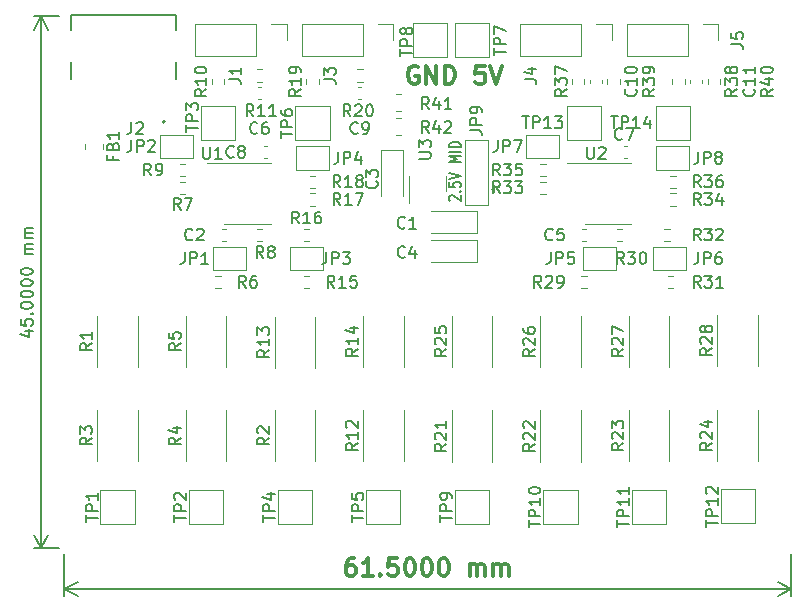
<source format=gbr>
%TF.GenerationSoftware,KiCad,Pcbnew,(6.0.4)*%
%TF.CreationDate,2023-01-21T01:53:36+00:00*%
%TF.ProjectId,Diff_probe,44696666-5f70-4726-9f62-652e6b696361,rev?*%
%TF.SameCoordinates,Original*%
%TF.FileFunction,Legend,Top*%
%TF.FilePolarity,Positive*%
%FSLAX46Y46*%
G04 Gerber Fmt 4.6, Leading zero omitted, Abs format (unit mm)*
G04 Created by KiCad (PCBNEW (6.0.4)) date 2023-01-21 01:53:36*
%MOMM*%
%LPD*%
G01*
G04 APERTURE LIST*
%ADD10C,0.200000*%
%ADD11C,0.300000*%
%ADD12C,0.150000*%
%ADD13C,0.120000*%
%ADD14C,0.127000*%
G04 APERTURE END LIST*
D10*
X156147619Y-32595238D02*
X156100000Y-32557142D01*
X156052380Y-32480952D01*
X156052380Y-32290476D01*
X156100000Y-32214285D01*
X156147619Y-32176190D01*
X156242857Y-32138095D01*
X156338095Y-32138095D01*
X156480952Y-32176190D01*
X157052380Y-32633333D01*
X157052380Y-32138095D01*
X156957142Y-31795238D02*
X157004761Y-31757142D01*
X157052380Y-31795238D01*
X157004761Y-31833333D01*
X156957142Y-31795238D01*
X157052380Y-31795238D01*
X156052380Y-31033333D02*
X156052380Y-31414285D01*
X156528571Y-31452380D01*
X156480952Y-31414285D01*
X156433333Y-31338095D01*
X156433333Y-31147619D01*
X156480952Y-31071428D01*
X156528571Y-31033333D01*
X156623809Y-30995238D01*
X156861904Y-30995238D01*
X156957142Y-31033333D01*
X157004761Y-31071428D01*
X157052380Y-31147619D01*
X157052380Y-31338095D01*
X157004761Y-31414285D01*
X156957142Y-31452380D01*
X156052380Y-30766666D02*
X157052380Y-30500000D01*
X156052380Y-30233333D01*
X157052380Y-29357142D02*
X156052380Y-29357142D01*
X156766666Y-29090476D01*
X156052380Y-28823809D01*
X157052380Y-28823809D01*
X157052380Y-28442857D02*
X156052380Y-28442857D01*
X157052380Y-28061904D02*
X156052380Y-28061904D01*
X156052380Y-27871428D01*
X156100000Y-27757142D01*
X156195238Y-27680952D01*
X156290476Y-27642857D01*
X156480952Y-27604761D01*
X156623809Y-27604761D01*
X156814285Y-27642857D01*
X156909523Y-27680952D01*
X157004761Y-27757142D01*
X157052380Y-27871428D01*
X157052380Y-28061904D01*
D11*
X153428571Y-21250000D02*
X153285714Y-21178571D01*
X153071428Y-21178571D01*
X152857142Y-21250000D01*
X152714285Y-21392857D01*
X152642857Y-21535714D01*
X152571428Y-21821428D01*
X152571428Y-22035714D01*
X152642857Y-22321428D01*
X152714285Y-22464285D01*
X152857142Y-22607142D01*
X153071428Y-22678571D01*
X153214285Y-22678571D01*
X153428571Y-22607142D01*
X153500000Y-22535714D01*
X153500000Y-22035714D01*
X153214285Y-22035714D01*
X154142857Y-22678571D02*
X154142857Y-21178571D01*
X155000000Y-22678571D01*
X155000000Y-21178571D01*
X155714285Y-22678571D02*
X155714285Y-21178571D01*
X156071428Y-21178571D01*
X156285714Y-21250000D01*
X156428571Y-21392857D01*
X156500000Y-21535714D01*
X156571428Y-21821428D01*
X156571428Y-22035714D01*
X156500000Y-22321428D01*
X156428571Y-22464285D01*
X156285714Y-22607142D01*
X156071428Y-22678571D01*
X155714285Y-22678571D01*
X159071428Y-21178571D02*
X158357142Y-21178571D01*
X158285714Y-21892857D01*
X158357142Y-21821428D01*
X158500000Y-21750000D01*
X158857142Y-21750000D01*
X159000000Y-21821428D01*
X159071428Y-21892857D01*
X159142857Y-22035714D01*
X159142857Y-22392857D01*
X159071428Y-22535714D01*
X159000000Y-22607142D01*
X158857142Y-22678571D01*
X158500000Y-22678571D01*
X158357142Y-22607142D01*
X158285714Y-22535714D01*
X159571428Y-21178571D02*
X160071428Y-22678571D01*
X160571428Y-21178571D01*
D12*
X120135714Y-43642857D02*
X120802380Y-43642857D01*
X119754761Y-43880952D02*
X120469047Y-44119047D01*
X120469047Y-43500000D01*
X119802380Y-42642857D02*
X119802380Y-43119047D01*
X120278571Y-43166666D01*
X120230952Y-43119047D01*
X120183333Y-43023809D01*
X120183333Y-42785714D01*
X120230952Y-42690476D01*
X120278571Y-42642857D01*
X120373809Y-42595238D01*
X120611904Y-42595238D01*
X120707142Y-42642857D01*
X120754761Y-42690476D01*
X120802380Y-42785714D01*
X120802380Y-43023809D01*
X120754761Y-43119047D01*
X120707142Y-43166666D01*
X120707142Y-42166666D02*
X120754761Y-42119047D01*
X120802380Y-42166666D01*
X120754761Y-42214285D01*
X120707142Y-42166666D01*
X120802380Y-42166666D01*
X119802380Y-41500000D02*
X119802380Y-41404761D01*
X119850000Y-41309523D01*
X119897619Y-41261904D01*
X119992857Y-41214285D01*
X120183333Y-41166666D01*
X120421428Y-41166666D01*
X120611904Y-41214285D01*
X120707142Y-41261904D01*
X120754761Y-41309523D01*
X120802380Y-41404761D01*
X120802380Y-41500000D01*
X120754761Y-41595238D01*
X120707142Y-41642857D01*
X120611904Y-41690476D01*
X120421428Y-41738095D01*
X120183333Y-41738095D01*
X119992857Y-41690476D01*
X119897619Y-41642857D01*
X119850000Y-41595238D01*
X119802380Y-41500000D01*
X119802380Y-40547619D02*
X119802380Y-40452380D01*
X119850000Y-40357142D01*
X119897619Y-40309523D01*
X119992857Y-40261904D01*
X120183333Y-40214285D01*
X120421428Y-40214285D01*
X120611904Y-40261904D01*
X120707142Y-40309523D01*
X120754761Y-40357142D01*
X120802380Y-40452380D01*
X120802380Y-40547619D01*
X120754761Y-40642857D01*
X120707142Y-40690476D01*
X120611904Y-40738095D01*
X120421428Y-40785714D01*
X120183333Y-40785714D01*
X119992857Y-40738095D01*
X119897619Y-40690476D01*
X119850000Y-40642857D01*
X119802380Y-40547619D01*
X119802380Y-39595238D02*
X119802380Y-39500000D01*
X119850000Y-39404761D01*
X119897619Y-39357142D01*
X119992857Y-39309523D01*
X120183333Y-39261904D01*
X120421428Y-39261904D01*
X120611904Y-39309523D01*
X120707142Y-39357142D01*
X120754761Y-39404761D01*
X120802380Y-39500000D01*
X120802380Y-39595238D01*
X120754761Y-39690476D01*
X120707142Y-39738095D01*
X120611904Y-39785714D01*
X120421428Y-39833333D01*
X120183333Y-39833333D01*
X119992857Y-39785714D01*
X119897619Y-39738095D01*
X119850000Y-39690476D01*
X119802380Y-39595238D01*
X119802380Y-38642857D02*
X119802380Y-38547619D01*
X119850000Y-38452380D01*
X119897619Y-38404761D01*
X119992857Y-38357142D01*
X120183333Y-38309523D01*
X120421428Y-38309523D01*
X120611904Y-38357142D01*
X120707142Y-38404761D01*
X120754761Y-38452380D01*
X120802380Y-38547619D01*
X120802380Y-38642857D01*
X120754761Y-38738095D01*
X120707142Y-38785714D01*
X120611904Y-38833333D01*
X120421428Y-38880952D01*
X120183333Y-38880952D01*
X119992857Y-38833333D01*
X119897619Y-38785714D01*
X119850000Y-38738095D01*
X119802380Y-38642857D01*
X120802380Y-37119047D02*
X120135714Y-37119047D01*
X120230952Y-37119047D02*
X120183333Y-37071428D01*
X120135714Y-36976190D01*
X120135714Y-36833333D01*
X120183333Y-36738095D01*
X120278571Y-36690476D01*
X120802380Y-36690476D01*
X120278571Y-36690476D02*
X120183333Y-36642857D01*
X120135714Y-36547619D01*
X120135714Y-36404761D01*
X120183333Y-36309523D01*
X120278571Y-36261904D01*
X120802380Y-36261904D01*
X120802380Y-35785714D02*
X120135714Y-35785714D01*
X120230952Y-35785714D02*
X120183333Y-35738095D01*
X120135714Y-35642857D01*
X120135714Y-35500000D01*
X120183333Y-35404761D01*
X120278571Y-35357142D01*
X120802380Y-35357142D01*
X120278571Y-35357142D02*
X120183333Y-35309523D01*
X120135714Y-35214285D01*
X120135714Y-35071428D01*
X120183333Y-34976190D01*
X120278571Y-34928571D01*
X120802380Y-34928571D01*
X123000000Y-62000000D02*
X120913580Y-62000000D01*
X123000000Y-17000000D02*
X120913580Y-17000000D01*
X121500000Y-62000000D02*
X121500000Y-17000000D01*
X121500000Y-62000000D02*
X121500000Y-17000000D01*
X121500000Y-62000000D02*
X122086421Y-60873496D01*
X121500000Y-62000000D02*
X120913579Y-60873496D01*
X121500000Y-17000000D02*
X120913579Y-18126504D01*
X121500000Y-17000000D02*
X122086421Y-18126504D01*
D11*
X148035714Y-62878571D02*
X147750000Y-62878571D01*
X147607142Y-62950000D01*
X147535714Y-63021428D01*
X147392857Y-63235714D01*
X147321428Y-63521428D01*
X147321428Y-64092857D01*
X147392857Y-64235714D01*
X147464285Y-64307142D01*
X147607142Y-64378571D01*
X147892857Y-64378571D01*
X148035714Y-64307142D01*
X148107142Y-64235714D01*
X148178571Y-64092857D01*
X148178571Y-63735714D01*
X148107142Y-63592857D01*
X148035714Y-63521428D01*
X147892857Y-63450000D01*
X147607142Y-63450000D01*
X147464285Y-63521428D01*
X147392857Y-63592857D01*
X147321428Y-63735714D01*
X149607142Y-64378571D02*
X148750000Y-64378571D01*
X149178571Y-64378571D02*
X149178571Y-62878571D01*
X149035714Y-63092857D01*
X148892857Y-63235714D01*
X148750000Y-63307142D01*
X150250000Y-64235714D02*
X150321428Y-64307142D01*
X150250000Y-64378571D01*
X150178571Y-64307142D01*
X150250000Y-64235714D01*
X150250000Y-64378571D01*
X151678571Y-62878571D02*
X150964285Y-62878571D01*
X150892857Y-63592857D01*
X150964285Y-63521428D01*
X151107142Y-63450000D01*
X151464285Y-63450000D01*
X151607142Y-63521428D01*
X151678571Y-63592857D01*
X151750000Y-63735714D01*
X151750000Y-64092857D01*
X151678571Y-64235714D01*
X151607142Y-64307142D01*
X151464285Y-64378571D01*
X151107142Y-64378571D01*
X150964285Y-64307142D01*
X150892857Y-64235714D01*
X152678571Y-62878571D02*
X152821428Y-62878571D01*
X152964285Y-62950000D01*
X153035714Y-63021428D01*
X153107142Y-63164285D01*
X153178571Y-63450000D01*
X153178571Y-63807142D01*
X153107142Y-64092857D01*
X153035714Y-64235714D01*
X152964285Y-64307142D01*
X152821428Y-64378571D01*
X152678571Y-64378571D01*
X152535714Y-64307142D01*
X152464285Y-64235714D01*
X152392857Y-64092857D01*
X152321428Y-63807142D01*
X152321428Y-63450000D01*
X152392857Y-63164285D01*
X152464285Y-63021428D01*
X152535714Y-62950000D01*
X152678571Y-62878571D01*
X154107142Y-62878571D02*
X154250000Y-62878571D01*
X154392857Y-62950000D01*
X154464285Y-63021428D01*
X154535714Y-63164285D01*
X154607142Y-63450000D01*
X154607142Y-63807142D01*
X154535714Y-64092857D01*
X154464285Y-64235714D01*
X154392857Y-64307142D01*
X154250000Y-64378571D01*
X154107142Y-64378571D01*
X153964285Y-64307142D01*
X153892857Y-64235714D01*
X153821428Y-64092857D01*
X153750000Y-63807142D01*
X153750000Y-63450000D01*
X153821428Y-63164285D01*
X153892857Y-63021428D01*
X153964285Y-62950000D01*
X154107142Y-62878571D01*
X155535714Y-62878571D02*
X155678571Y-62878571D01*
X155821428Y-62950000D01*
X155892857Y-63021428D01*
X155964285Y-63164285D01*
X156035714Y-63450000D01*
X156035714Y-63807142D01*
X155964285Y-64092857D01*
X155892857Y-64235714D01*
X155821428Y-64307142D01*
X155678571Y-64378571D01*
X155535714Y-64378571D01*
X155392857Y-64307142D01*
X155321428Y-64235714D01*
X155250000Y-64092857D01*
X155178571Y-63807142D01*
X155178571Y-63450000D01*
X155250000Y-63164285D01*
X155321428Y-63021428D01*
X155392857Y-62950000D01*
X155535714Y-62878571D01*
X157821428Y-64378571D02*
X157821428Y-63378571D01*
X157821428Y-63521428D02*
X157892857Y-63450000D01*
X158035714Y-63378571D01*
X158250000Y-63378571D01*
X158392857Y-63450000D01*
X158464285Y-63592857D01*
X158464285Y-64378571D01*
X158464285Y-63592857D02*
X158535714Y-63450000D01*
X158678571Y-63378571D01*
X158892857Y-63378571D01*
X159035714Y-63450000D01*
X159107142Y-63592857D01*
X159107142Y-64378571D01*
X159821428Y-64378571D02*
X159821428Y-63378571D01*
X159821428Y-63521428D02*
X159892857Y-63450000D01*
X160035714Y-63378571D01*
X160250000Y-63378571D01*
X160392857Y-63450000D01*
X160464285Y-63592857D01*
X160464285Y-64378571D01*
X160464285Y-63592857D02*
X160535714Y-63450000D01*
X160678571Y-63378571D01*
X160892857Y-63378571D01*
X161035714Y-63450000D01*
X161107142Y-63592857D01*
X161107142Y-64378571D01*
D10*
X123500000Y-62500000D02*
X123500000Y-66086420D01*
X185000000Y-62500000D02*
X185000000Y-66086420D01*
X123500000Y-65500000D02*
X185000000Y-65500000D01*
X123500000Y-65500000D02*
X185000000Y-65500000D01*
X123500000Y-65500000D02*
X124626504Y-66086421D01*
X123500000Y-65500000D02*
X124626504Y-64913579D01*
X185000000Y-65500000D02*
X183873496Y-64913579D01*
X185000000Y-65500000D02*
X183873496Y-66086421D01*
D12*
%TO.C,R42*%
X154357142Y-26852380D02*
X154023809Y-26376190D01*
X153785714Y-26852380D02*
X153785714Y-25852380D01*
X154166666Y-25852380D01*
X154261904Y-25900000D01*
X154309523Y-25947619D01*
X154357142Y-26042857D01*
X154357142Y-26185714D01*
X154309523Y-26280952D01*
X154261904Y-26328571D01*
X154166666Y-26376190D01*
X153785714Y-26376190D01*
X155214285Y-26185714D02*
X155214285Y-26852380D01*
X154976190Y-25804761D02*
X154738095Y-26519047D01*
X155357142Y-26519047D01*
X155690476Y-25947619D02*
X155738095Y-25900000D01*
X155833333Y-25852380D01*
X156071428Y-25852380D01*
X156166666Y-25900000D01*
X156214285Y-25947619D01*
X156261904Y-26042857D01*
X156261904Y-26138095D01*
X156214285Y-26280952D01*
X155642857Y-26852380D01*
X156261904Y-26852380D01*
%TO.C,R41*%
X154357142Y-24852380D02*
X154023809Y-24376190D01*
X153785714Y-24852380D02*
X153785714Y-23852380D01*
X154166666Y-23852380D01*
X154261904Y-23900000D01*
X154309523Y-23947619D01*
X154357142Y-24042857D01*
X154357142Y-24185714D01*
X154309523Y-24280952D01*
X154261904Y-24328571D01*
X154166666Y-24376190D01*
X153785714Y-24376190D01*
X155214285Y-24185714D02*
X155214285Y-24852380D01*
X154976190Y-23804761D02*
X154738095Y-24519047D01*
X155357142Y-24519047D01*
X156261904Y-24852380D02*
X155690476Y-24852380D01*
X155976190Y-24852380D02*
X155976190Y-23852380D01*
X155880952Y-23995238D01*
X155785714Y-24090476D01*
X155690476Y-24138095D01*
%TO.C,JP9*%
X157852380Y-26633333D02*
X158566666Y-26633333D01*
X158709523Y-26680952D01*
X158804761Y-26776190D01*
X158852380Y-26919047D01*
X158852380Y-27014285D01*
X158852380Y-26157142D02*
X157852380Y-26157142D01*
X157852380Y-25776190D01*
X157900000Y-25680952D01*
X157947619Y-25633333D01*
X158042857Y-25585714D01*
X158185714Y-25585714D01*
X158280952Y-25633333D01*
X158328571Y-25680952D01*
X158376190Y-25776190D01*
X158376190Y-26157142D01*
X158852380Y-25109523D02*
X158852380Y-24919047D01*
X158804761Y-24823809D01*
X158757142Y-24776190D01*
X158614285Y-24680952D01*
X158423809Y-24633333D01*
X158042857Y-24633333D01*
X157947619Y-24680952D01*
X157900000Y-24728571D01*
X157852380Y-24823809D01*
X157852380Y-25014285D01*
X157900000Y-25109523D01*
X157947619Y-25157142D01*
X158042857Y-25204761D01*
X158280952Y-25204761D01*
X158376190Y-25157142D01*
X158423809Y-25109523D01*
X158471428Y-25014285D01*
X158471428Y-24823809D01*
X158423809Y-24728571D01*
X158376190Y-24680952D01*
X158280952Y-24633333D01*
%TO.C,R32*%
X177357142Y-35952380D02*
X177023809Y-35476190D01*
X176785714Y-35952380D02*
X176785714Y-34952380D01*
X177166666Y-34952380D01*
X177261904Y-35000000D01*
X177309523Y-35047619D01*
X177357142Y-35142857D01*
X177357142Y-35285714D01*
X177309523Y-35380952D01*
X177261904Y-35428571D01*
X177166666Y-35476190D01*
X176785714Y-35476190D01*
X177690476Y-34952380D02*
X178309523Y-34952380D01*
X177976190Y-35333333D01*
X178119047Y-35333333D01*
X178214285Y-35380952D01*
X178261904Y-35428571D01*
X178309523Y-35523809D01*
X178309523Y-35761904D01*
X178261904Y-35857142D01*
X178214285Y-35904761D01*
X178119047Y-35952380D01*
X177833333Y-35952380D01*
X177738095Y-35904761D01*
X177690476Y-35857142D01*
X178690476Y-35047619D02*
X178738095Y-35000000D01*
X178833333Y-34952380D01*
X179071428Y-34952380D01*
X179166666Y-35000000D01*
X179214285Y-35047619D01*
X179261904Y-35142857D01*
X179261904Y-35238095D01*
X179214285Y-35380952D01*
X178642857Y-35952380D01*
X179261904Y-35952380D01*
%TO.C,C6*%
X139833333Y-26857142D02*
X139785714Y-26904761D01*
X139642857Y-26952380D01*
X139547619Y-26952380D01*
X139404761Y-26904761D01*
X139309523Y-26809523D01*
X139261904Y-26714285D01*
X139214285Y-26523809D01*
X139214285Y-26380952D01*
X139261904Y-26190476D01*
X139309523Y-26095238D01*
X139404761Y-26000000D01*
X139547619Y-25952380D01*
X139642857Y-25952380D01*
X139785714Y-26000000D01*
X139833333Y-26047619D01*
X140690476Y-25952380D02*
X140500000Y-25952380D01*
X140404761Y-26000000D01*
X140357142Y-26047619D01*
X140261904Y-26190476D01*
X140214285Y-26380952D01*
X140214285Y-26761904D01*
X140261904Y-26857142D01*
X140309523Y-26904761D01*
X140404761Y-26952380D01*
X140595238Y-26952380D01*
X140690476Y-26904761D01*
X140738095Y-26857142D01*
X140785714Y-26761904D01*
X140785714Y-26523809D01*
X140738095Y-26428571D01*
X140690476Y-26380952D01*
X140595238Y-26333333D01*
X140404761Y-26333333D01*
X140309523Y-26380952D01*
X140261904Y-26428571D01*
X140214285Y-26523809D01*
%TO.C,TP11*%
X170304380Y-60238095D02*
X170304380Y-59666666D01*
X171304380Y-59952380D02*
X170304380Y-59952380D01*
X171304380Y-59333333D02*
X170304380Y-59333333D01*
X170304380Y-58952380D01*
X170352000Y-58857142D01*
X170399619Y-58809523D01*
X170494857Y-58761904D01*
X170637714Y-58761904D01*
X170732952Y-58809523D01*
X170780571Y-58857142D01*
X170828190Y-58952380D01*
X170828190Y-59333333D01*
X171304380Y-57809523D02*
X171304380Y-58380952D01*
X171304380Y-58095238D02*
X170304380Y-58095238D01*
X170447238Y-58190476D01*
X170542476Y-58285714D01*
X170590095Y-58380952D01*
X171304380Y-56857142D02*
X171304380Y-57428571D01*
X171304380Y-57142857D02*
X170304380Y-57142857D01*
X170447238Y-57238095D01*
X170542476Y-57333333D01*
X170590095Y-57428571D01*
%TO.C,J5*%
X179952380Y-19333333D02*
X180666666Y-19333333D01*
X180809523Y-19380952D01*
X180904761Y-19476190D01*
X180952380Y-19619047D01*
X180952380Y-19714285D01*
X179952380Y-18380952D02*
X179952380Y-18857142D01*
X180428571Y-18904761D01*
X180380952Y-18857142D01*
X180333333Y-18761904D01*
X180333333Y-18523809D01*
X180380952Y-18428571D01*
X180428571Y-18380952D01*
X180523809Y-18333333D01*
X180761904Y-18333333D01*
X180857142Y-18380952D01*
X180904761Y-18428571D01*
X180952380Y-18523809D01*
X180952380Y-18761904D01*
X180904761Y-18857142D01*
X180857142Y-18904761D01*
%TO.C,JP3*%
X145666666Y-36952380D02*
X145666666Y-37666666D01*
X145619047Y-37809523D01*
X145523809Y-37904761D01*
X145380952Y-37952380D01*
X145285714Y-37952380D01*
X146142857Y-37952380D02*
X146142857Y-36952380D01*
X146523809Y-36952380D01*
X146619047Y-37000000D01*
X146666666Y-37047619D01*
X146714285Y-37142857D01*
X146714285Y-37285714D01*
X146666666Y-37380952D01*
X146619047Y-37428571D01*
X146523809Y-37476190D01*
X146142857Y-37476190D01*
X147047619Y-36952380D02*
X147666666Y-36952380D01*
X147333333Y-37333333D01*
X147476190Y-37333333D01*
X147571428Y-37380952D01*
X147619047Y-37428571D01*
X147666666Y-37523809D01*
X147666666Y-37761904D01*
X147619047Y-37857142D01*
X147571428Y-37904761D01*
X147476190Y-37952380D01*
X147190476Y-37952380D01*
X147095238Y-37904761D01*
X147047619Y-37857142D01*
%TO.C,TP13*%
X162261904Y-25452380D02*
X162833333Y-25452380D01*
X162547619Y-26452380D02*
X162547619Y-25452380D01*
X163166666Y-26452380D02*
X163166666Y-25452380D01*
X163547619Y-25452380D01*
X163642857Y-25500000D01*
X163690476Y-25547619D01*
X163738095Y-25642857D01*
X163738095Y-25785714D01*
X163690476Y-25880952D01*
X163642857Y-25928571D01*
X163547619Y-25976190D01*
X163166666Y-25976190D01*
X164690476Y-26452380D02*
X164119047Y-26452380D01*
X164404761Y-26452380D02*
X164404761Y-25452380D01*
X164309523Y-25595238D01*
X164214285Y-25690476D01*
X164119047Y-25738095D01*
X165023809Y-25452380D02*
X165642857Y-25452380D01*
X165309523Y-25833333D01*
X165452380Y-25833333D01*
X165547619Y-25880952D01*
X165595238Y-25928571D01*
X165642857Y-26023809D01*
X165642857Y-26261904D01*
X165595238Y-26357142D01*
X165547619Y-26404761D01*
X165452380Y-26452380D01*
X165166666Y-26452380D01*
X165071428Y-26404761D01*
X165023809Y-26357142D01*
%TO.C,TP4*%
X140304380Y-59761904D02*
X140304380Y-59190476D01*
X141304380Y-59476190D02*
X140304380Y-59476190D01*
X141304380Y-58857142D02*
X140304380Y-58857142D01*
X140304380Y-58476190D01*
X140352000Y-58380952D01*
X140399619Y-58333333D01*
X140494857Y-58285714D01*
X140637714Y-58285714D01*
X140732952Y-58333333D01*
X140780571Y-58380952D01*
X140828190Y-58476190D01*
X140828190Y-58857142D01*
X140637714Y-57428571D02*
X141304380Y-57428571D01*
X140256761Y-57666666D02*
X140971047Y-57904761D01*
X140971047Y-57285714D01*
%TO.C,TP9*%
X155304380Y-59761904D02*
X155304380Y-59190476D01*
X156304380Y-59476190D02*
X155304380Y-59476190D01*
X156304380Y-58857142D02*
X155304380Y-58857142D01*
X155304380Y-58476190D01*
X155352000Y-58380952D01*
X155399619Y-58333333D01*
X155494857Y-58285714D01*
X155637714Y-58285714D01*
X155732952Y-58333333D01*
X155780571Y-58380952D01*
X155828190Y-58476190D01*
X155828190Y-58857142D01*
X156304380Y-57809523D02*
X156304380Y-57619047D01*
X156256761Y-57523809D01*
X156209142Y-57476190D01*
X156066285Y-57380952D01*
X155875809Y-57333333D01*
X155494857Y-57333333D01*
X155399619Y-57380952D01*
X155352000Y-57428571D01*
X155304380Y-57523809D01*
X155304380Y-57714285D01*
X155352000Y-57809523D01*
X155399619Y-57857142D01*
X155494857Y-57904761D01*
X155732952Y-57904761D01*
X155828190Y-57857142D01*
X155875809Y-57809523D01*
X155923428Y-57714285D01*
X155923428Y-57523809D01*
X155875809Y-57428571D01*
X155828190Y-57380952D01*
X155732952Y-57333333D01*
%TO.C,C10*%
X171857142Y-23142857D02*
X171904761Y-23190476D01*
X171952380Y-23333333D01*
X171952380Y-23428571D01*
X171904761Y-23571428D01*
X171809523Y-23666666D01*
X171714285Y-23714285D01*
X171523809Y-23761904D01*
X171380952Y-23761904D01*
X171190476Y-23714285D01*
X171095238Y-23666666D01*
X171000000Y-23571428D01*
X170952380Y-23428571D01*
X170952380Y-23333333D01*
X171000000Y-23190476D01*
X171047619Y-23142857D01*
X171952380Y-22190476D02*
X171952380Y-22761904D01*
X171952380Y-22476190D02*
X170952380Y-22476190D01*
X171095238Y-22571428D01*
X171190476Y-22666666D01*
X171238095Y-22761904D01*
X170952380Y-21571428D02*
X170952380Y-21476190D01*
X171000000Y-21380952D01*
X171047619Y-21333333D01*
X171142857Y-21285714D01*
X171333333Y-21238095D01*
X171571428Y-21238095D01*
X171761904Y-21285714D01*
X171857142Y-21333333D01*
X171904761Y-21380952D01*
X171952380Y-21476190D01*
X171952380Y-21571428D01*
X171904761Y-21666666D01*
X171857142Y-21714285D01*
X171761904Y-21761904D01*
X171571428Y-21809523D01*
X171333333Y-21809523D01*
X171142857Y-21761904D01*
X171047619Y-21714285D01*
X171000000Y-21666666D01*
X170952380Y-21571428D01*
%TO.C,R2*%
X140832380Y-52666666D02*
X140356190Y-53000000D01*
X140832380Y-53238095D02*
X139832380Y-53238095D01*
X139832380Y-52857142D01*
X139880000Y-52761904D01*
X139927619Y-52714285D01*
X140022857Y-52666666D01*
X140165714Y-52666666D01*
X140260952Y-52714285D01*
X140308571Y-52761904D01*
X140356190Y-52857142D01*
X140356190Y-53238095D01*
X139927619Y-52285714D02*
X139880000Y-52238095D01*
X139832380Y-52142857D01*
X139832380Y-51904761D01*
X139880000Y-51809523D01*
X139927619Y-51761904D01*
X140022857Y-51714285D01*
X140118095Y-51714285D01*
X140260952Y-51761904D01*
X140832380Y-52333333D01*
X140832380Y-51714285D01*
%TO.C,J1*%
X137452380Y-22333333D02*
X138166666Y-22333333D01*
X138309523Y-22380952D01*
X138404761Y-22476190D01*
X138452380Y-22619047D01*
X138452380Y-22714285D01*
X138452380Y-21333333D02*
X138452380Y-21904761D01*
X138452380Y-21619047D02*
X137452380Y-21619047D01*
X137595238Y-21714285D01*
X137690476Y-21809523D01*
X137738095Y-21904761D01*
%TO.C,J3*%
X145452380Y-22333333D02*
X146166666Y-22333333D01*
X146309523Y-22380952D01*
X146404761Y-22476190D01*
X146452380Y-22619047D01*
X146452380Y-22714285D01*
X145452380Y-21952380D02*
X145452380Y-21333333D01*
X145833333Y-21666666D01*
X145833333Y-21523809D01*
X145880952Y-21428571D01*
X145928571Y-21380952D01*
X146023809Y-21333333D01*
X146261904Y-21333333D01*
X146357142Y-21380952D01*
X146404761Y-21428571D01*
X146452380Y-21523809D01*
X146452380Y-21809523D01*
X146404761Y-21904761D01*
X146357142Y-21952380D01*
%TO.C,R3*%
X125832380Y-52666666D02*
X125356190Y-53000000D01*
X125832380Y-53238095D02*
X124832380Y-53238095D01*
X124832380Y-52857142D01*
X124880000Y-52761904D01*
X124927619Y-52714285D01*
X125022857Y-52666666D01*
X125165714Y-52666666D01*
X125260952Y-52714285D01*
X125308571Y-52761904D01*
X125356190Y-52857142D01*
X125356190Y-53238095D01*
X124832380Y-52333333D02*
X124832380Y-51714285D01*
X125213333Y-52047619D01*
X125213333Y-51904761D01*
X125260952Y-51809523D01*
X125308571Y-51761904D01*
X125403809Y-51714285D01*
X125641904Y-51714285D01*
X125737142Y-51761904D01*
X125784761Y-51809523D01*
X125832380Y-51904761D01*
X125832380Y-52190476D01*
X125784761Y-52285714D01*
X125737142Y-52333333D01*
%TO.C,R17*%
X146857142Y-32952380D02*
X146523809Y-32476190D01*
X146285714Y-32952380D02*
X146285714Y-31952380D01*
X146666666Y-31952380D01*
X146761904Y-32000000D01*
X146809523Y-32047619D01*
X146857142Y-32142857D01*
X146857142Y-32285714D01*
X146809523Y-32380952D01*
X146761904Y-32428571D01*
X146666666Y-32476190D01*
X146285714Y-32476190D01*
X147809523Y-32952380D02*
X147238095Y-32952380D01*
X147523809Y-32952380D02*
X147523809Y-31952380D01*
X147428571Y-32095238D01*
X147333333Y-32190476D01*
X147238095Y-32238095D01*
X148142857Y-31952380D02*
X148809523Y-31952380D01*
X148380952Y-32952380D01*
%TO.C,R30*%
X170857142Y-37952380D02*
X170523809Y-37476190D01*
X170285714Y-37952380D02*
X170285714Y-36952380D01*
X170666666Y-36952380D01*
X170761904Y-37000000D01*
X170809523Y-37047619D01*
X170857142Y-37142857D01*
X170857142Y-37285714D01*
X170809523Y-37380952D01*
X170761904Y-37428571D01*
X170666666Y-37476190D01*
X170285714Y-37476190D01*
X171190476Y-36952380D02*
X171809523Y-36952380D01*
X171476190Y-37333333D01*
X171619047Y-37333333D01*
X171714285Y-37380952D01*
X171761904Y-37428571D01*
X171809523Y-37523809D01*
X171809523Y-37761904D01*
X171761904Y-37857142D01*
X171714285Y-37904761D01*
X171619047Y-37952380D01*
X171333333Y-37952380D01*
X171238095Y-37904761D01*
X171190476Y-37857142D01*
X172428571Y-36952380D02*
X172523809Y-36952380D01*
X172619047Y-37000000D01*
X172666666Y-37047619D01*
X172714285Y-37142857D01*
X172761904Y-37333333D01*
X172761904Y-37571428D01*
X172714285Y-37761904D01*
X172666666Y-37857142D01*
X172619047Y-37904761D01*
X172523809Y-37952380D01*
X172428571Y-37952380D01*
X172333333Y-37904761D01*
X172285714Y-37857142D01*
X172238095Y-37761904D01*
X172190476Y-37571428D01*
X172190476Y-37333333D01*
X172238095Y-37142857D01*
X172285714Y-37047619D01*
X172333333Y-37000000D01*
X172428571Y-36952380D01*
%TO.C,R18*%
X146857142Y-31452380D02*
X146523809Y-30976190D01*
X146285714Y-31452380D02*
X146285714Y-30452380D01*
X146666666Y-30452380D01*
X146761904Y-30500000D01*
X146809523Y-30547619D01*
X146857142Y-30642857D01*
X146857142Y-30785714D01*
X146809523Y-30880952D01*
X146761904Y-30928571D01*
X146666666Y-30976190D01*
X146285714Y-30976190D01*
X147809523Y-31452380D02*
X147238095Y-31452380D01*
X147523809Y-31452380D02*
X147523809Y-30452380D01*
X147428571Y-30595238D01*
X147333333Y-30690476D01*
X147238095Y-30738095D01*
X148380952Y-30880952D02*
X148285714Y-30833333D01*
X148238095Y-30785714D01*
X148190476Y-30690476D01*
X148190476Y-30642857D01*
X148238095Y-30547619D01*
X148285714Y-30500000D01*
X148380952Y-30452380D01*
X148571428Y-30452380D01*
X148666666Y-30500000D01*
X148714285Y-30547619D01*
X148761904Y-30642857D01*
X148761904Y-30690476D01*
X148714285Y-30785714D01*
X148666666Y-30833333D01*
X148571428Y-30880952D01*
X148380952Y-30880952D01*
X148285714Y-30928571D01*
X148238095Y-30976190D01*
X148190476Y-31071428D01*
X148190476Y-31261904D01*
X148238095Y-31357142D01*
X148285714Y-31404761D01*
X148380952Y-31452380D01*
X148571428Y-31452380D01*
X148666666Y-31404761D01*
X148714285Y-31357142D01*
X148761904Y-31261904D01*
X148761904Y-31071428D01*
X148714285Y-30976190D01*
X148666666Y-30928571D01*
X148571428Y-30880952D01*
%TO.C,R9*%
X130833333Y-30452380D02*
X130500000Y-29976190D01*
X130261904Y-30452380D02*
X130261904Y-29452380D01*
X130642857Y-29452380D01*
X130738095Y-29500000D01*
X130785714Y-29547619D01*
X130833333Y-29642857D01*
X130833333Y-29785714D01*
X130785714Y-29880952D01*
X130738095Y-29928571D01*
X130642857Y-29976190D01*
X130261904Y-29976190D01*
X131309523Y-30452380D02*
X131500000Y-30452380D01*
X131595238Y-30404761D01*
X131642857Y-30357142D01*
X131738095Y-30214285D01*
X131785714Y-30023809D01*
X131785714Y-29642857D01*
X131738095Y-29547619D01*
X131690476Y-29500000D01*
X131595238Y-29452380D01*
X131404761Y-29452380D01*
X131309523Y-29500000D01*
X131261904Y-29547619D01*
X131214285Y-29642857D01*
X131214285Y-29880952D01*
X131261904Y-29976190D01*
X131309523Y-30023809D01*
X131404761Y-30071428D01*
X131595238Y-30071428D01*
X131690476Y-30023809D01*
X131738095Y-29976190D01*
X131785714Y-29880952D01*
%TO.C,JP1*%
X133666666Y-36952380D02*
X133666666Y-37666666D01*
X133619047Y-37809523D01*
X133523809Y-37904761D01*
X133380952Y-37952380D01*
X133285714Y-37952380D01*
X134142857Y-37952380D02*
X134142857Y-36952380D01*
X134523809Y-36952380D01*
X134619047Y-37000000D01*
X134666666Y-37047619D01*
X134714285Y-37142857D01*
X134714285Y-37285714D01*
X134666666Y-37380952D01*
X134619047Y-37428571D01*
X134523809Y-37476190D01*
X134142857Y-37476190D01*
X135666666Y-37952380D02*
X135095238Y-37952380D01*
X135380952Y-37952380D02*
X135380952Y-36952380D01*
X135285714Y-37095238D01*
X135190476Y-37190476D01*
X135095238Y-37238095D01*
%TO.C,JP4*%
X146666666Y-28452380D02*
X146666666Y-29166666D01*
X146619047Y-29309523D01*
X146523809Y-29404761D01*
X146380952Y-29452380D01*
X146285714Y-29452380D01*
X147142857Y-29452380D02*
X147142857Y-28452380D01*
X147523809Y-28452380D01*
X147619047Y-28500000D01*
X147666666Y-28547619D01*
X147714285Y-28642857D01*
X147714285Y-28785714D01*
X147666666Y-28880952D01*
X147619047Y-28928571D01*
X147523809Y-28976190D01*
X147142857Y-28976190D01*
X148571428Y-28785714D02*
X148571428Y-29452380D01*
X148333333Y-28404761D02*
X148095238Y-29119047D01*
X148714285Y-29119047D01*
%TO.C,R29*%
X163857142Y-39952380D02*
X163523809Y-39476190D01*
X163285714Y-39952380D02*
X163285714Y-38952380D01*
X163666666Y-38952380D01*
X163761904Y-39000000D01*
X163809523Y-39047619D01*
X163857142Y-39142857D01*
X163857142Y-39285714D01*
X163809523Y-39380952D01*
X163761904Y-39428571D01*
X163666666Y-39476190D01*
X163285714Y-39476190D01*
X164238095Y-39047619D02*
X164285714Y-39000000D01*
X164380952Y-38952380D01*
X164619047Y-38952380D01*
X164714285Y-39000000D01*
X164761904Y-39047619D01*
X164809523Y-39142857D01*
X164809523Y-39238095D01*
X164761904Y-39380952D01*
X164190476Y-39952380D01*
X164809523Y-39952380D01*
X165285714Y-39952380D02*
X165476190Y-39952380D01*
X165571428Y-39904761D01*
X165619047Y-39857142D01*
X165714285Y-39714285D01*
X165761904Y-39523809D01*
X165761904Y-39142857D01*
X165714285Y-39047619D01*
X165666666Y-39000000D01*
X165571428Y-38952380D01*
X165380952Y-38952380D01*
X165285714Y-39000000D01*
X165238095Y-39047619D01*
X165190476Y-39142857D01*
X165190476Y-39380952D01*
X165238095Y-39476190D01*
X165285714Y-39523809D01*
X165380952Y-39571428D01*
X165571428Y-39571428D01*
X165666666Y-39523809D01*
X165714285Y-39476190D01*
X165761904Y-39380952D01*
%TO.C,R31*%
X177357142Y-39952380D02*
X177023809Y-39476190D01*
X176785714Y-39952380D02*
X176785714Y-38952380D01*
X177166666Y-38952380D01*
X177261904Y-39000000D01*
X177309523Y-39047619D01*
X177357142Y-39142857D01*
X177357142Y-39285714D01*
X177309523Y-39380952D01*
X177261904Y-39428571D01*
X177166666Y-39476190D01*
X176785714Y-39476190D01*
X177690476Y-38952380D02*
X178309523Y-38952380D01*
X177976190Y-39333333D01*
X178119047Y-39333333D01*
X178214285Y-39380952D01*
X178261904Y-39428571D01*
X178309523Y-39523809D01*
X178309523Y-39761904D01*
X178261904Y-39857142D01*
X178214285Y-39904761D01*
X178119047Y-39952380D01*
X177833333Y-39952380D01*
X177738095Y-39904761D01*
X177690476Y-39857142D01*
X179261904Y-39952380D02*
X178690476Y-39952380D01*
X178976190Y-39952380D02*
X178976190Y-38952380D01*
X178880952Y-39095238D01*
X178785714Y-39190476D01*
X178690476Y-39238095D01*
%TO.C,JP5*%
X164666666Y-36952380D02*
X164666666Y-37666666D01*
X164619047Y-37809523D01*
X164523809Y-37904761D01*
X164380952Y-37952380D01*
X164285714Y-37952380D01*
X165142857Y-37952380D02*
X165142857Y-36952380D01*
X165523809Y-36952380D01*
X165619047Y-37000000D01*
X165666666Y-37047619D01*
X165714285Y-37142857D01*
X165714285Y-37285714D01*
X165666666Y-37380952D01*
X165619047Y-37428571D01*
X165523809Y-37476190D01*
X165142857Y-37476190D01*
X166619047Y-36952380D02*
X166142857Y-36952380D01*
X166095238Y-37428571D01*
X166142857Y-37380952D01*
X166238095Y-37333333D01*
X166476190Y-37333333D01*
X166571428Y-37380952D01*
X166619047Y-37428571D01*
X166666666Y-37523809D01*
X166666666Y-37761904D01*
X166619047Y-37857142D01*
X166571428Y-37904761D01*
X166476190Y-37952380D01*
X166238095Y-37952380D01*
X166142857Y-37904761D01*
X166095238Y-37857142D01*
%TO.C,R7*%
X133333333Y-33382380D02*
X133000000Y-32906190D01*
X132761904Y-33382380D02*
X132761904Y-32382380D01*
X133142857Y-32382380D01*
X133238095Y-32430000D01*
X133285714Y-32477619D01*
X133333333Y-32572857D01*
X133333333Y-32715714D01*
X133285714Y-32810952D01*
X133238095Y-32858571D01*
X133142857Y-32906190D01*
X132761904Y-32906190D01*
X133666666Y-32382380D02*
X134333333Y-32382380D01*
X133904761Y-33382380D01*
%TO.C,R13*%
X140832380Y-45232857D02*
X140356190Y-45566190D01*
X140832380Y-45804285D02*
X139832380Y-45804285D01*
X139832380Y-45423333D01*
X139880000Y-45328095D01*
X139927619Y-45280476D01*
X140022857Y-45232857D01*
X140165714Y-45232857D01*
X140260952Y-45280476D01*
X140308571Y-45328095D01*
X140356190Y-45423333D01*
X140356190Y-45804285D01*
X140832380Y-44280476D02*
X140832380Y-44851904D01*
X140832380Y-44566190D02*
X139832380Y-44566190D01*
X139975238Y-44661428D01*
X140070476Y-44756666D01*
X140118095Y-44851904D01*
X139832380Y-43947142D02*
X139832380Y-43328095D01*
X140213333Y-43661428D01*
X140213333Y-43518571D01*
X140260952Y-43423333D01*
X140308571Y-43375714D01*
X140403809Y-43328095D01*
X140641904Y-43328095D01*
X140737142Y-43375714D01*
X140784761Y-43423333D01*
X140832380Y-43518571D01*
X140832380Y-43804285D01*
X140784761Y-43899523D01*
X140737142Y-43947142D01*
%TO.C,FB1*%
X127578571Y-28833333D02*
X127578571Y-29166666D01*
X128102380Y-29166666D02*
X127102380Y-29166666D01*
X127102380Y-28690476D01*
X127578571Y-27976190D02*
X127626190Y-27833333D01*
X127673809Y-27785714D01*
X127769047Y-27738095D01*
X127911904Y-27738095D01*
X128007142Y-27785714D01*
X128054761Y-27833333D01*
X128102380Y-27928571D01*
X128102380Y-28309523D01*
X127102380Y-28309523D01*
X127102380Y-27976190D01*
X127150000Y-27880952D01*
X127197619Y-27833333D01*
X127292857Y-27785714D01*
X127388095Y-27785714D01*
X127483333Y-27833333D01*
X127530952Y-27880952D01*
X127578571Y-27976190D01*
X127578571Y-28309523D01*
X128102380Y-26785714D02*
X128102380Y-27357142D01*
X128102380Y-27071428D02*
X127102380Y-27071428D01*
X127245238Y-27166666D01*
X127340476Y-27261904D01*
X127388095Y-27357142D01*
%TO.C,R27*%
X170832380Y-45142857D02*
X170356190Y-45476190D01*
X170832380Y-45714285D02*
X169832380Y-45714285D01*
X169832380Y-45333333D01*
X169880000Y-45238095D01*
X169927619Y-45190476D01*
X170022857Y-45142857D01*
X170165714Y-45142857D01*
X170260952Y-45190476D01*
X170308571Y-45238095D01*
X170356190Y-45333333D01*
X170356190Y-45714285D01*
X169927619Y-44761904D02*
X169880000Y-44714285D01*
X169832380Y-44619047D01*
X169832380Y-44380952D01*
X169880000Y-44285714D01*
X169927619Y-44238095D01*
X170022857Y-44190476D01*
X170118095Y-44190476D01*
X170260952Y-44238095D01*
X170832380Y-44809523D01*
X170832380Y-44190476D01*
X169832380Y-43857142D02*
X169832380Y-43190476D01*
X170832380Y-43619047D01*
%TO.C,R38*%
X180452380Y-23142857D02*
X179976190Y-23476190D01*
X180452380Y-23714285D02*
X179452380Y-23714285D01*
X179452380Y-23333333D01*
X179500000Y-23238095D01*
X179547619Y-23190476D01*
X179642857Y-23142857D01*
X179785714Y-23142857D01*
X179880952Y-23190476D01*
X179928571Y-23238095D01*
X179976190Y-23333333D01*
X179976190Y-23714285D01*
X179452380Y-22809523D02*
X179452380Y-22190476D01*
X179833333Y-22523809D01*
X179833333Y-22380952D01*
X179880952Y-22285714D01*
X179928571Y-22238095D01*
X180023809Y-22190476D01*
X180261904Y-22190476D01*
X180357142Y-22238095D01*
X180404761Y-22285714D01*
X180452380Y-22380952D01*
X180452380Y-22666666D01*
X180404761Y-22761904D01*
X180357142Y-22809523D01*
X179880952Y-21619047D02*
X179833333Y-21714285D01*
X179785714Y-21761904D01*
X179690476Y-21809523D01*
X179642857Y-21809523D01*
X179547619Y-21761904D01*
X179500000Y-21714285D01*
X179452380Y-21619047D01*
X179452380Y-21428571D01*
X179500000Y-21333333D01*
X179547619Y-21285714D01*
X179642857Y-21238095D01*
X179690476Y-21238095D01*
X179785714Y-21285714D01*
X179833333Y-21333333D01*
X179880952Y-21428571D01*
X179880952Y-21619047D01*
X179928571Y-21714285D01*
X179976190Y-21761904D01*
X180071428Y-21809523D01*
X180261904Y-21809523D01*
X180357142Y-21761904D01*
X180404761Y-21714285D01*
X180452380Y-21619047D01*
X180452380Y-21428571D01*
X180404761Y-21333333D01*
X180357142Y-21285714D01*
X180261904Y-21238095D01*
X180071428Y-21238095D01*
X179976190Y-21285714D01*
X179928571Y-21333333D01*
X179880952Y-21428571D01*
%TO.C,J4*%
X162452380Y-22333333D02*
X163166666Y-22333333D01*
X163309523Y-22380952D01*
X163404761Y-22476190D01*
X163452380Y-22619047D01*
X163452380Y-22714285D01*
X162785714Y-21428571D02*
X163452380Y-21428571D01*
X162404761Y-21666666D02*
X163119047Y-21904761D01*
X163119047Y-21285714D01*
%TO.C,J2*%
X129166666Y-25952380D02*
X129166666Y-26666666D01*
X129119047Y-26809523D01*
X129023809Y-26904761D01*
X128880952Y-26952380D01*
X128785714Y-26952380D01*
X129595238Y-26047619D02*
X129642857Y-26000000D01*
X129738095Y-25952380D01*
X129976190Y-25952380D01*
X130071428Y-26000000D01*
X130119047Y-26047619D01*
X130166666Y-26142857D01*
X130166666Y-26238095D01*
X130119047Y-26380952D01*
X129547619Y-26952380D01*
X130166666Y-26952380D01*
%TO.C,U1*%
X135238095Y-28052380D02*
X135238095Y-28861904D01*
X135285714Y-28957142D01*
X135333333Y-29004761D01*
X135428571Y-29052380D01*
X135619047Y-29052380D01*
X135714285Y-29004761D01*
X135761904Y-28957142D01*
X135809523Y-28861904D01*
X135809523Y-28052380D01*
X136809523Y-29052380D02*
X136238095Y-29052380D01*
X136523809Y-29052380D02*
X136523809Y-28052380D01*
X136428571Y-28195238D01*
X136333333Y-28290476D01*
X136238095Y-28338095D01*
%TO.C,R4*%
X133332380Y-52666666D02*
X132856190Y-53000000D01*
X133332380Y-53238095D02*
X132332380Y-53238095D01*
X132332380Y-52857142D01*
X132380000Y-52761904D01*
X132427619Y-52714285D01*
X132522857Y-52666666D01*
X132665714Y-52666666D01*
X132760952Y-52714285D01*
X132808571Y-52761904D01*
X132856190Y-52857142D01*
X132856190Y-53238095D01*
X132665714Y-51809523D02*
X133332380Y-51809523D01*
X132284761Y-52047619D02*
X132999047Y-52285714D01*
X132999047Y-51666666D01*
%TO.C,TP10*%
X162804380Y-60238095D02*
X162804380Y-59666666D01*
X163804380Y-59952380D02*
X162804380Y-59952380D01*
X163804380Y-59333333D02*
X162804380Y-59333333D01*
X162804380Y-58952380D01*
X162852000Y-58857142D01*
X162899619Y-58809523D01*
X162994857Y-58761904D01*
X163137714Y-58761904D01*
X163232952Y-58809523D01*
X163280571Y-58857142D01*
X163328190Y-58952380D01*
X163328190Y-59333333D01*
X163804380Y-57809523D02*
X163804380Y-58380952D01*
X163804380Y-58095238D02*
X162804380Y-58095238D01*
X162947238Y-58190476D01*
X163042476Y-58285714D01*
X163090095Y-58380952D01*
X162804380Y-57190476D02*
X162804380Y-57095238D01*
X162852000Y-57000000D01*
X162899619Y-56952380D01*
X162994857Y-56904761D01*
X163185333Y-56857142D01*
X163423428Y-56857142D01*
X163613904Y-56904761D01*
X163709142Y-56952380D01*
X163756761Y-57000000D01*
X163804380Y-57095238D01*
X163804380Y-57190476D01*
X163756761Y-57285714D01*
X163709142Y-57333333D01*
X163613904Y-57380952D01*
X163423428Y-57428571D01*
X163185333Y-57428571D01*
X162994857Y-57380952D01*
X162899619Y-57333333D01*
X162852000Y-57285714D01*
X162804380Y-57190476D01*
%TO.C,R15*%
X146357142Y-39952380D02*
X146023809Y-39476190D01*
X145785714Y-39952380D02*
X145785714Y-38952380D01*
X146166666Y-38952380D01*
X146261904Y-39000000D01*
X146309523Y-39047619D01*
X146357142Y-39142857D01*
X146357142Y-39285714D01*
X146309523Y-39380952D01*
X146261904Y-39428571D01*
X146166666Y-39476190D01*
X145785714Y-39476190D01*
X147309523Y-39952380D02*
X146738095Y-39952380D01*
X147023809Y-39952380D02*
X147023809Y-38952380D01*
X146928571Y-39095238D01*
X146833333Y-39190476D01*
X146738095Y-39238095D01*
X148214285Y-38952380D02*
X147738095Y-38952380D01*
X147690476Y-39428571D01*
X147738095Y-39380952D01*
X147833333Y-39333333D01*
X148071428Y-39333333D01*
X148166666Y-39380952D01*
X148214285Y-39428571D01*
X148261904Y-39523809D01*
X148261904Y-39761904D01*
X148214285Y-39857142D01*
X148166666Y-39904761D01*
X148071428Y-39952380D01*
X147833333Y-39952380D01*
X147738095Y-39904761D01*
X147690476Y-39857142D01*
%TO.C,R19*%
X143522380Y-23142857D02*
X143046190Y-23476190D01*
X143522380Y-23714285D02*
X142522380Y-23714285D01*
X142522380Y-23333333D01*
X142570000Y-23238095D01*
X142617619Y-23190476D01*
X142712857Y-23142857D01*
X142855714Y-23142857D01*
X142950952Y-23190476D01*
X142998571Y-23238095D01*
X143046190Y-23333333D01*
X143046190Y-23714285D01*
X143522380Y-22190476D02*
X143522380Y-22761904D01*
X143522380Y-22476190D02*
X142522380Y-22476190D01*
X142665238Y-22571428D01*
X142760476Y-22666666D01*
X142808095Y-22761904D01*
X143522380Y-21714285D02*
X143522380Y-21523809D01*
X143474761Y-21428571D01*
X143427142Y-21380952D01*
X143284285Y-21285714D01*
X143093809Y-21238095D01*
X142712857Y-21238095D01*
X142617619Y-21285714D01*
X142570000Y-21333333D01*
X142522380Y-21428571D01*
X142522380Y-21619047D01*
X142570000Y-21714285D01*
X142617619Y-21761904D01*
X142712857Y-21809523D01*
X142950952Y-21809523D01*
X143046190Y-21761904D01*
X143093809Y-21714285D01*
X143141428Y-21619047D01*
X143141428Y-21428571D01*
X143093809Y-21333333D01*
X143046190Y-21285714D01*
X142950952Y-21238095D01*
%TO.C,R23*%
X170832380Y-53142857D02*
X170356190Y-53476190D01*
X170832380Y-53714285D02*
X169832380Y-53714285D01*
X169832380Y-53333333D01*
X169880000Y-53238095D01*
X169927619Y-53190476D01*
X170022857Y-53142857D01*
X170165714Y-53142857D01*
X170260952Y-53190476D01*
X170308571Y-53238095D01*
X170356190Y-53333333D01*
X170356190Y-53714285D01*
X169927619Y-52761904D02*
X169880000Y-52714285D01*
X169832380Y-52619047D01*
X169832380Y-52380952D01*
X169880000Y-52285714D01*
X169927619Y-52238095D01*
X170022857Y-52190476D01*
X170118095Y-52190476D01*
X170260952Y-52238095D01*
X170832380Y-52809523D01*
X170832380Y-52190476D01*
X169832380Y-51857142D02*
X169832380Y-51238095D01*
X170213333Y-51571428D01*
X170213333Y-51428571D01*
X170260952Y-51333333D01*
X170308571Y-51285714D01*
X170403809Y-51238095D01*
X170641904Y-51238095D01*
X170737142Y-51285714D01*
X170784761Y-51333333D01*
X170832380Y-51428571D01*
X170832380Y-51714285D01*
X170784761Y-51809523D01*
X170737142Y-51857142D01*
%TO.C,JP8*%
X177166666Y-28452380D02*
X177166666Y-29166666D01*
X177119047Y-29309523D01*
X177023809Y-29404761D01*
X176880952Y-29452380D01*
X176785714Y-29452380D01*
X177642857Y-29452380D02*
X177642857Y-28452380D01*
X178023809Y-28452380D01*
X178119047Y-28500000D01*
X178166666Y-28547619D01*
X178214285Y-28642857D01*
X178214285Y-28785714D01*
X178166666Y-28880952D01*
X178119047Y-28928571D01*
X178023809Y-28976190D01*
X177642857Y-28976190D01*
X178785714Y-28880952D02*
X178690476Y-28833333D01*
X178642857Y-28785714D01*
X178595238Y-28690476D01*
X178595238Y-28642857D01*
X178642857Y-28547619D01*
X178690476Y-28500000D01*
X178785714Y-28452380D01*
X178976190Y-28452380D01*
X179071428Y-28500000D01*
X179119047Y-28547619D01*
X179166666Y-28642857D01*
X179166666Y-28690476D01*
X179119047Y-28785714D01*
X179071428Y-28833333D01*
X178976190Y-28880952D01*
X178785714Y-28880952D01*
X178690476Y-28928571D01*
X178642857Y-28976190D01*
X178595238Y-29071428D01*
X178595238Y-29261904D01*
X178642857Y-29357142D01*
X178690476Y-29404761D01*
X178785714Y-29452380D01*
X178976190Y-29452380D01*
X179071428Y-29404761D01*
X179119047Y-29357142D01*
X179166666Y-29261904D01*
X179166666Y-29071428D01*
X179119047Y-28976190D01*
X179071428Y-28928571D01*
X178976190Y-28880952D01*
%TO.C,R25*%
X155832380Y-45142857D02*
X155356190Y-45476190D01*
X155832380Y-45714285D02*
X154832380Y-45714285D01*
X154832380Y-45333333D01*
X154880000Y-45238095D01*
X154927619Y-45190476D01*
X155022857Y-45142857D01*
X155165714Y-45142857D01*
X155260952Y-45190476D01*
X155308571Y-45238095D01*
X155356190Y-45333333D01*
X155356190Y-45714285D01*
X154927619Y-44761904D02*
X154880000Y-44714285D01*
X154832380Y-44619047D01*
X154832380Y-44380952D01*
X154880000Y-44285714D01*
X154927619Y-44238095D01*
X155022857Y-44190476D01*
X155118095Y-44190476D01*
X155260952Y-44238095D01*
X155832380Y-44809523D01*
X155832380Y-44190476D01*
X154832380Y-43285714D02*
X154832380Y-43761904D01*
X155308571Y-43809523D01*
X155260952Y-43761904D01*
X155213333Y-43666666D01*
X155213333Y-43428571D01*
X155260952Y-43333333D01*
X155308571Y-43285714D01*
X155403809Y-43238095D01*
X155641904Y-43238095D01*
X155737142Y-43285714D01*
X155784761Y-43333333D01*
X155832380Y-43428571D01*
X155832380Y-43666666D01*
X155784761Y-43761904D01*
X155737142Y-43809523D01*
%TO.C,R11*%
X139497722Y-25452380D02*
X139164389Y-24976190D01*
X138926294Y-25452380D02*
X138926294Y-24452380D01*
X139307246Y-24452380D01*
X139402484Y-24500000D01*
X139450103Y-24547619D01*
X139497722Y-24642857D01*
X139497722Y-24785714D01*
X139450103Y-24880952D01*
X139402484Y-24928571D01*
X139307246Y-24976190D01*
X138926294Y-24976190D01*
X140450103Y-25452380D02*
X139878675Y-25452380D01*
X140164389Y-25452380D02*
X140164389Y-24452380D01*
X140069151Y-24595238D01*
X139973913Y-24690476D01*
X139878675Y-24738095D01*
X141402484Y-25452380D02*
X140831056Y-25452380D01*
X141116770Y-25452380D02*
X141116770Y-24452380D01*
X141021532Y-24595238D01*
X140926294Y-24690476D01*
X140831056Y-24738095D01*
%TO.C,TP1*%
X125304380Y-59761904D02*
X125304380Y-59190476D01*
X126304380Y-59476190D02*
X125304380Y-59476190D01*
X126304380Y-58857142D02*
X125304380Y-58857142D01*
X125304380Y-58476190D01*
X125352000Y-58380952D01*
X125399619Y-58333333D01*
X125494857Y-58285714D01*
X125637714Y-58285714D01*
X125732952Y-58333333D01*
X125780571Y-58380952D01*
X125828190Y-58476190D01*
X125828190Y-58857142D01*
X126304380Y-57333333D02*
X126304380Y-57904761D01*
X126304380Y-57619047D02*
X125304380Y-57619047D01*
X125447238Y-57714285D01*
X125542476Y-57809523D01*
X125590095Y-57904761D01*
%TO.C,C9*%
X148333333Y-26857142D02*
X148285714Y-26904761D01*
X148142857Y-26952380D01*
X148047619Y-26952380D01*
X147904761Y-26904761D01*
X147809523Y-26809523D01*
X147761904Y-26714285D01*
X147714285Y-26523809D01*
X147714285Y-26380952D01*
X147761904Y-26190476D01*
X147809523Y-26095238D01*
X147904761Y-26000000D01*
X148047619Y-25952380D01*
X148142857Y-25952380D01*
X148285714Y-26000000D01*
X148333333Y-26047619D01*
X148809523Y-26952380D02*
X149000000Y-26952380D01*
X149095238Y-26904761D01*
X149142857Y-26857142D01*
X149238095Y-26714285D01*
X149285714Y-26523809D01*
X149285714Y-26142857D01*
X149238095Y-26047619D01*
X149190476Y-26000000D01*
X149095238Y-25952380D01*
X148904761Y-25952380D01*
X148809523Y-26000000D01*
X148761904Y-26047619D01*
X148714285Y-26142857D01*
X148714285Y-26380952D01*
X148761904Y-26476190D01*
X148809523Y-26523809D01*
X148904761Y-26571428D01*
X149095238Y-26571428D01*
X149190476Y-26523809D01*
X149238095Y-26476190D01*
X149285714Y-26380952D01*
%TO.C,R37*%
X166022380Y-23142857D02*
X165546190Y-23476190D01*
X166022380Y-23714285D02*
X165022380Y-23714285D01*
X165022380Y-23333333D01*
X165070000Y-23238095D01*
X165117619Y-23190476D01*
X165212857Y-23142857D01*
X165355714Y-23142857D01*
X165450952Y-23190476D01*
X165498571Y-23238095D01*
X165546190Y-23333333D01*
X165546190Y-23714285D01*
X165022380Y-22809523D02*
X165022380Y-22190476D01*
X165403333Y-22523809D01*
X165403333Y-22380952D01*
X165450952Y-22285714D01*
X165498571Y-22238095D01*
X165593809Y-22190476D01*
X165831904Y-22190476D01*
X165927142Y-22238095D01*
X165974761Y-22285714D01*
X166022380Y-22380952D01*
X166022380Y-22666666D01*
X165974761Y-22761904D01*
X165927142Y-22809523D01*
X165022380Y-21857142D02*
X165022380Y-21190476D01*
X166022380Y-21619047D01*
%TO.C,R10*%
X135522380Y-23142857D02*
X135046190Y-23476190D01*
X135522380Y-23714285D02*
X134522380Y-23714285D01*
X134522380Y-23333333D01*
X134570000Y-23238095D01*
X134617619Y-23190476D01*
X134712857Y-23142857D01*
X134855714Y-23142857D01*
X134950952Y-23190476D01*
X134998571Y-23238095D01*
X135046190Y-23333333D01*
X135046190Y-23714285D01*
X135522380Y-22190476D02*
X135522380Y-22761904D01*
X135522380Y-22476190D02*
X134522380Y-22476190D01*
X134665238Y-22571428D01*
X134760476Y-22666666D01*
X134808095Y-22761904D01*
X134522380Y-21571428D02*
X134522380Y-21476190D01*
X134570000Y-21380952D01*
X134617619Y-21333333D01*
X134712857Y-21285714D01*
X134903333Y-21238095D01*
X135141428Y-21238095D01*
X135331904Y-21285714D01*
X135427142Y-21333333D01*
X135474761Y-21380952D01*
X135522380Y-21476190D01*
X135522380Y-21571428D01*
X135474761Y-21666666D01*
X135427142Y-21714285D01*
X135331904Y-21761904D01*
X135141428Y-21809523D01*
X134903333Y-21809523D01*
X134712857Y-21761904D01*
X134617619Y-21714285D01*
X134570000Y-21666666D01*
X134522380Y-21571428D01*
%TO.C,TP8*%
X151952380Y-20361904D02*
X151952380Y-19790476D01*
X152952380Y-20076190D02*
X151952380Y-20076190D01*
X152952380Y-19457142D02*
X151952380Y-19457142D01*
X151952380Y-19076190D01*
X152000000Y-18980952D01*
X152047619Y-18933333D01*
X152142857Y-18885714D01*
X152285714Y-18885714D01*
X152380952Y-18933333D01*
X152428571Y-18980952D01*
X152476190Y-19076190D01*
X152476190Y-19457142D01*
X152380952Y-18314285D02*
X152333333Y-18409523D01*
X152285714Y-18457142D01*
X152190476Y-18504761D01*
X152142857Y-18504761D01*
X152047619Y-18457142D01*
X152000000Y-18409523D01*
X151952380Y-18314285D01*
X151952380Y-18123809D01*
X152000000Y-18028571D01*
X152047619Y-17980952D01*
X152142857Y-17933333D01*
X152190476Y-17933333D01*
X152285714Y-17980952D01*
X152333333Y-18028571D01*
X152380952Y-18123809D01*
X152380952Y-18314285D01*
X152428571Y-18409523D01*
X152476190Y-18457142D01*
X152571428Y-18504761D01*
X152761904Y-18504761D01*
X152857142Y-18457142D01*
X152904761Y-18409523D01*
X152952380Y-18314285D01*
X152952380Y-18123809D01*
X152904761Y-18028571D01*
X152857142Y-17980952D01*
X152761904Y-17933333D01*
X152571428Y-17933333D01*
X152476190Y-17980952D01*
X152428571Y-18028571D01*
X152380952Y-18123809D01*
%TO.C,C5*%
X164833333Y-35857142D02*
X164785714Y-35904761D01*
X164642857Y-35952380D01*
X164547619Y-35952380D01*
X164404761Y-35904761D01*
X164309523Y-35809523D01*
X164261904Y-35714285D01*
X164214285Y-35523809D01*
X164214285Y-35380952D01*
X164261904Y-35190476D01*
X164309523Y-35095238D01*
X164404761Y-35000000D01*
X164547619Y-34952380D01*
X164642857Y-34952380D01*
X164785714Y-35000000D01*
X164833333Y-35047619D01*
X165738095Y-34952380D02*
X165261904Y-34952380D01*
X165214285Y-35428571D01*
X165261904Y-35380952D01*
X165357142Y-35333333D01*
X165595238Y-35333333D01*
X165690476Y-35380952D01*
X165738095Y-35428571D01*
X165785714Y-35523809D01*
X165785714Y-35761904D01*
X165738095Y-35857142D01*
X165690476Y-35904761D01*
X165595238Y-35952380D01*
X165357142Y-35952380D01*
X165261904Y-35904761D01*
X165214285Y-35857142D01*
%TO.C,R40*%
X183452380Y-23142857D02*
X182976190Y-23476190D01*
X183452380Y-23714285D02*
X182452380Y-23714285D01*
X182452380Y-23333333D01*
X182500000Y-23238095D01*
X182547619Y-23190476D01*
X182642857Y-23142857D01*
X182785714Y-23142857D01*
X182880952Y-23190476D01*
X182928571Y-23238095D01*
X182976190Y-23333333D01*
X182976190Y-23714285D01*
X182785714Y-22285714D02*
X183452380Y-22285714D01*
X182404761Y-22523809D02*
X183119047Y-22761904D01*
X183119047Y-22142857D01*
X182452380Y-21571428D02*
X182452380Y-21476190D01*
X182500000Y-21380952D01*
X182547619Y-21333333D01*
X182642857Y-21285714D01*
X182833333Y-21238095D01*
X183071428Y-21238095D01*
X183261904Y-21285714D01*
X183357142Y-21333333D01*
X183404761Y-21380952D01*
X183452380Y-21476190D01*
X183452380Y-21571428D01*
X183404761Y-21666666D01*
X183357142Y-21714285D01*
X183261904Y-21761904D01*
X183071428Y-21809523D01*
X182833333Y-21809523D01*
X182642857Y-21761904D01*
X182547619Y-21714285D01*
X182500000Y-21666666D01*
X182452380Y-21571428D01*
%TO.C,R6*%
X138833333Y-39952380D02*
X138500000Y-39476190D01*
X138261904Y-39952380D02*
X138261904Y-38952380D01*
X138642857Y-38952380D01*
X138738095Y-39000000D01*
X138785714Y-39047619D01*
X138833333Y-39142857D01*
X138833333Y-39285714D01*
X138785714Y-39380952D01*
X138738095Y-39428571D01*
X138642857Y-39476190D01*
X138261904Y-39476190D01*
X139690476Y-38952380D02*
X139500000Y-38952380D01*
X139404761Y-39000000D01*
X139357142Y-39047619D01*
X139261904Y-39190476D01*
X139214285Y-39380952D01*
X139214285Y-39761904D01*
X139261904Y-39857142D01*
X139309523Y-39904761D01*
X139404761Y-39952380D01*
X139595238Y-39952380D01*
X139690476Y-39904761D01*
X139738095Y-39857142D01*
X139785714Y-39761904D01*
X139785714Y-39523809D01*
X139738095Y-39428571D01*
X139690476Y-39380952D01*
X139595238Y-39333333D01*
X139404761Y-39333333D01*
X139309523Y-39380952D01*
X139261904Y-39428571D01*
X139214285Y-39523809D01*
%TO.C,R24*%
X178332380Y-53105357D02*
X177856190Y-53438690D01*
X178332380Y-53676785D02*
X177332380Y-53676785D01*
X177332380Y-53295833D01*
X177380000Y-53200595D01*
X177427619Y-53152976D01*
X177522857Y-53105357D01*
X177665714Y-53105357D01*
X177760952Y-53152976D01*
X177808571Y-53200595D01*
X177856190Y-53295833D01*
X177856190Y-53676785D01*
X177427619Y-52724404D02*
X177380000Y-52676785D01*
X177332380Y-52581547D01*
X177332380Y-52343452D01*
X177380000Y-52248214D01*
X177427619Y-52200595D01*
X177522857Y-52152976D01*
X177618095Y-52152976D01*
X177760952Y-52200595D01*
X178332380Y-52772023D01*
X178332380Y-52152976D01*
X177665714Y-51295833D02*
X178332380Y-51295833D01*
X177284761Y-51533928D02*
X177999047Y-51772023D01*
X177999047Y-51152976D01*
%TO.C,R39*%
X173452380Y-23142857D02*
X172976190Y-23476190D01*
X173452380Y-23714285D02*
X172452380Y-23714285D01*
X172452380Y-23333333D01*
X172500000Y-23238095D01*
X172547619Y-23190476D01*
X172642857Y-23142857D01*
X172785714Y-23142857D01*
X172880952Y-23190476D01*
X172928571Y-23238095D01*
X172976190Y-23333333D01*
X172976190Y-23714285D01*
X172452380Y-22809523D02*
X172452380Y-22190476D01*
X172833333Y-22523809D01*
X172833333Y-22380952D01*
X172880952Y-22285714D01*
X172928571Y-22238095D01*
X173023809Y-22190476D01*
X173261904Y-22190476D01*
X173357142Y-22238095D01*
X173404761Y-22285714D01*
X173452380Y-22380952D01*
X173452380Y-22666666D01*
X173404761Y-22761904D01*
X173357142Y-22809523D01*
X173452380Y-21714285D02*
X173452380Y-21523809D01*
X173404761Y-21428571D01*
X173357142Y-21380952D01*
X173214285Y-21285714D01*
X173023809Y-21238095D01*
X172642857Y-21238095D01*
X172547619Y-21285714D01*
X172500000Y-21333333D01*
X172452380Y-21428571D01*
X172452380Y-21619047D01*
X172500000Y-21714285D01*
X172547619Y-21761904D01*
X172642857Y-21809523D01*
X172880952Y-21809523D01*
X172976190Y-21761904D01*
X173023809Y-21714285D01*
X173071428Y-21619047D01*
X173071428Y-21428571D01*
X173023809Y-21333333D01*
X172976190Y-21285714D01*
X172880952Y-21238095D01*
%TO.C,R22*%
X163332380Y-53180357D02*
X162856190Y-53513690D01*
X163332380Y-53751785D02*
X162332380Y-53751785D01*
X162332380Y-53370833D01*
X162380000Y-53275595D01*
X162427619Y-53227976D01*
X162522857Y-53180357D01*
X162665714Y-53180357D01*
X162760952Y-53227976D01*
X162808571Y-53275595D01*
X162856190Y-53370833D01*
X162856190Y-53751785D01*
X162427619Y-52799404D02*
X162380000Y-52751785D01*
X162332380Y-52656547D01*
X162332380Y-52418452D01*
X162380000Y-52323214D01*
X162427619Y-52275595D01*
X162522857Y-52227976D01*
X162618095Y-52227976D01*
X162760952Y-52275595D01*
X163332380Y-52847023D01*
X163332380Y-52227976D01*
X162427619Y-51847023D02*
X162380000Y-51799404D01*
X162332380Y-51704166D01*
X162332380Y-51466071D01*
X162380000Y-51370833D01*
X162427619Y-51323214D01*
X162522857Y-51275595D01*
X162618095Y-51275595D01*
X162760952Y-51323214D01*
X163332380Y-51894642D01*
X163332380Y-51275595D01*
%TO.C,TP6*%
X141804380Y-27261904D02*
X141804380Y-26690476D01*
X142804380Y-26976190D02*
X141804380Y-26976190D01*
X142804380Y-26357142D02*
X141804380Y-26357142D01*
X141804380Y-25976190D01*
X141852000Y-25880952D01*
X141899619Y-25833333D01*
X141994857Y-25785714D01*
X142137714Y-25785714D01*
X142232952Y-25833333D01*
X142280571Y-25880952D01*
X142328190Y-25976190D01*
X142328190Y-26357142D01*
X141804380Y-24928571D02*
X141804380Y-25119047D01*
X141852000Y-25214285D01*
X141899619Y-25261904D01*
X142042476Y-25357142D01*
X142232952Y-25404761D01*
X142613904Y-25404761D01*
X142709142Y-25357142D01*
X142756761Y-25309523D01*
X142804380Y-25214285D01*
X142804380Y-25023809D01*
X142756761Y-24928571D01*
X142709142Y-24880952D01*
X142613904Y-24833333D01*
X142375809Y-24833333D01*
X142280571Y-24880952D01*
X142232952Y-24928571D01*
X142185333Y-25023809D01*
X142185333Y-25214285D01*
X142232952Y-25309523D01*
X142280571Y-25357142D01*
X142375809Y-25404761D01*
%TO.C,R34*%
X177357142Y-32952380D02*
X177023809Y-32476190D01*
X176785714Y-32952380D02*
X176785714Y-31952380D01*
X177166666Y-31952380D01*
X177261904Y-32000000D01*
X177309523Y-32047619D01*
X177357142Y-32142857D01*
X177357142Y-32285714D01*
X177309523Y-32380952D01*
X177261904Y-32428571D01*
X177166666Y-32476190D01*
X176785714Y-32476190D01*
X177690476Y-31952380D02*
X178309523Y-31952380D01*
X177976190Y-32333333D01*
X178119047Y-32333333D01*
X178214285Y-32380952D01*
X178261904Y-32428571D01*
X178309523Y-32523809D01*
X178309523Y-32761904D01*
X178261904Y-32857142D01*
X178214285Y-32904761D01*
X178119047Y-32952380D01*
X177833333Y-32952380D01*
X177738095Y-32904761D01*
X177690476Y-32857142D01*
X179166666Y-32285714D02*
X179166666Y-32952380D01*
X178928571Y-31904761D02*
X178690476Y-32619047D01*
X179309523Y-32619047D01*
%TO.C,R33*%
X160357142Y-31952380D02*
X160023809Y-31476190D01*
X159785714Y-31952380D02*
X159785714Y-30952380D01*
X160166666Y-30952380D01*
X160261904Y-31000000D01*
X160309523Y-31047619D01*
X160357142Y-31142857D01*
X160357142Y-31285714D01*
X160309523Y-31380952D01*
X160261904Y-31428571D01*
X160166666Y-31476190D01*
X159785714Y-31476190D01*
X160690476Y-30952380D02*
X161309523Y-30952380D01*
X160976190Y-31333333D01*
X161119047Y-31333333D01*
X161214285Y-31380952D01*
X161261904Y-31428571D01*
X161309523Y-31523809D01*
X161309523Y-31761904D01*
X161261904Y-31857142D01*
X161214285Y-31904761D01*
X161119047Y-31952380D01*
X160833333Y-31952380D01*
X160738095Y-31904761D01*
X160690476Y-31857142D01*
X161642857Y-30952380D02*
X162261904Y-30952380D01*
X161928571Y-31333333D01*
X162071428Y-31333333D01*
X162166666Y-31380952D01*
X162214285Y-31428571D01*
X162261904Y-31523809D01*
X162261904Y-31761904D01*
X162214285Y-31857142D01*
X162166666Y-31904761D01*
X162071428Y-31952380D01*
X161785714Y-31952380D01*
X161690476Y-31904761D01*
X161642857Y-31857142D01*
%TO.C,R14*%
X148332380Y-45142857D02*
X147856190Y-45476190D01*
X148332380Y-45714285D02*
X147332380Y-45714285D01*
X147332380Y-45333333D01*
X147380000Y-45238095D01*
X147427619Y-45190476D01*
X147522857Y-45142857D01*
X147665714Y-45142857D01*
X147760952Y-45190476D01*
X147808571Y-45238095D01*
X147856190Y-45333333D01*
X147856190Y-45714285D01*
X148332380Y-44190476D02*
X148332380Y-44761904D01*
X148332380Y-44476190D02*
X147332380Y-44476190D01*
X147475238Y-44571428D01*
X147570476Y-44666666D01*
X147618095Y-44761904D01*
X147665714Y-43333333D02*
X148332380Y-43333333D01*
X147284761Y-43571428D02*
X147999047Y-43809523D01*
X147999047Y-43190476D01*
%TO.C,TP14*%
X169761904Y-25452380D02*
X170333333Y-25452380D01*
X170047619Y-26452380D02*
X170047619Y-25452380D01*
X170666666Y-26452380D02*
X170666666Y-25452380D01*
X171047619Y-25452380D01*
X171142857Y-25500000D01*
X171190476Y-25547619D01*
X171238095Y-25642857D01*
X171238095Y-25785714D01*
X171190476Y-25880952D01*
X171142857Y-25928571D01*
X171047619Y-25976190D01*
X170666666Y-25976190D01*
X172190476Y-26452380D02*
X171619047Y-26452380D01*
X171904761Y-26452380D02*
X171904761Y-25452380D01*
X171809523Y-25595238D01*
X171714285Y-25690476D01*
X171619047Y-25738095D01*
X173047619Y-25785714D02*
X173047619Y-26452380D01*
X172809523Y-25404761D02*
X172571428Y-26119047D01*
X173190476Y-26119047D01*
%TO.C,R1*%
X125832380Y-44666666D02*
X125356190Y-45000000D01*
X125832380Y-45238095D02*
X124832380Y-45238095D01*
X124832380Y-44857142D01*
X124880000Y-44761904D01*
X124927619Y-44714285D01*
X125022857Y-44666666D01*
X125165714Y-44666666D01*
X125260952Y-44714285D01*
X125308571Y-44761904D01*
X125356190Y-44857142D01*
X125356190Y-45238095D01*
X125832380Y-43714285D02*
X125832380Y-44285714D01*
X125832380Y-44000000D02*
X124832380Y-44000000D01*
X124975238Y-44095238D01*
X125070476Y-44190476D01*
X125118095Y-44285714D01*
%TO.C,C1*%
X152333333Y-34857142D02*
X152285714Y-34904761D01*
X152142857Y-34952380D01*
X152047619Y-34952380D01*
X151904761Y-34904761D01*
X151809523Y-34809523D01*
X151761904Y-34714285D01*
X151714285Y-34523809D01*
X151714285Y-34380952D01*
X151761904Y-34190476D01*
X151809523Y-34095238D01*
X151904761Y-34000000D01*
X152047619Y-33952380D01*
X152142857Y-33952380D01*
X152285714Y-34000000D01*
X152333333Y-34047619D01*
X153285714Y-34952380D02*
X152714285Y-34952380D01*
X153000000Y-34952380D02*
X153000000Y-33952380D01*
X152904761Y-34095238D01*
X152809523Y-34190476D01*
X152714285Y-34238095D01*
%TO.C,R20*%
X147716562Y-25452380D02*
X147383229Y-24976190D01*
X147145134Y-25452380D02*
X147145134Y-24452380D01*
X147526086Y-24452380D01*
X147621324Y-24500000D01*
X147668943Y-24547619D01*
X147716562Y-24642857D01*
X147716562Y-24785714D01*
X147668943Y-24880952D01*
X147621324Y-24928571D01*
X147526086Y-24976190D01*
X147145134Y-24976190D01*
X148097515Y-24547619D02*
X148145134Y-24500000D01*
X148240372Y-24452380D01*
X148478467Y-24452380D01*
X148573705Y-24500000D01*
X148621324Y-24547619D01*
X148668943Y-24642857D01*
X148668943Y-24738095D01*
X148621324Y-24880952D01*
X148049896Y-25452380D01*
X148668943Y-25452380D01*
X149287991Y-24452380D02*
X149383229Y-24452380D01*
X149478467Y-24500000D01*
X149526086Y-24547619D01*
X149573705Y-24642857D01*
X149621324Y-24833333D01*
X149621324Y-25071428D01*
X149573705Y-25261904D01*
X149526086Y-25357142D01*
X149478467Y-25404761D01*
X149383229Y-25452380D01*
X149287991Y-25452380D01*
X149192753Y-25404761D01*
X149145134Y-25357142D01*
X149097515Y-25261904D01*
X149049896Y-25071428D01*
X149049896Y-24833333D01*
X149097515Y-24642857D01*
X149145134Y-24547619D01*
X149192753Y-24500000D01*
X149287991Y-24452380D01*
%TO.C,C7*%
X170692753Y-27357142D02*
X170645134Y-27404761D01*
X170502277Y-27452380D01*
X170407039Y-27452380D01*
X170264181Y-27404761D01*
X170168943Y-27309523D01*
X170121324Y-27214285D01*
X170073705Y-27023809D01*
X170073705Y-26880952D01*
X170121324Y-26690476D01*
X170168943Y-26595238D01*
X170264181Y-26500000D01*
X170407039Y-26452380D01*
X170502277Y-26452380D01*
X170645134Y-26500000D01*
X170692753Y-26547619D01*
X171026086Y-26452380D02*
X171692753Y-26452380D01*
X171264181Y-27452380D01*
%TO.C,C3*%
X149913392Y-30941666D02*
X149961011Y-30989285D01*
X150008630Y-31132142D01*
X150008630Y-31227380D01*
X149961011Y-31370238D01*
X149865773Y-31465476D01*
X149770535Y-31513095D01*
X149580059Y-31560714D01*
X149437202Y-31560714D01*
X149246726Y-31513095D01*
X149151488Y-31465476D01*
X149056250Y-31370238D01*
X149008630Y-31227380D01*
X149008630Y-31132142D01*
X149056250Y-30989285D01*
X149103869Y-30941666D01*
X149008630Y-30608333D02*
X149008630Y-29989285D01*
X149389583Y-30322619D01*
X149389583Y-30179761D01*
X149437202Y-30084523D01*
X149484821Y-30036904D01*
X149580059Y-29989285D01*
X149818154Y-29989285D01*
X149913392Y-30036904D01*
X149961011Y-30084523D01*
X150008630Y-30179761D01*
X150008630Y-30465476D01*
X149961011Y-30560714D01*
X149913392Y-30608333D01*
%TO.C,C11*%
X181857142Y-23142857D02*
X181904761Y-23190476D01*
X181952380Y-23333333D01*
X181952380Y-23428571D01*
X181904761Y-23571428D01*
X181809523Y-23666666D01*
X181714285Y-23714285D01*
X181523809Y-23761904D01*
X181380952Y-23761904D01*
X181190476Y-23714285D01*
X181095238Y-23666666D01*
X181000000Y-23571428D01*
X180952380Y-23428571D01*
X180952380Y-23333333D01*
X181000000Y-23190476D01*
X181047619Y-23142857D01*
X181952380Y-22190476D02*
X181952380Y-22761904D01*
X181952380Y-22476190D02*
X180952380Y-22476190D01*
X181095238Y-22571428D01*
X181190476Y-22666666D01*
X181238095Y-22761904D01*
X181952380Y-21238095D02*
X181952380Y-21809523D01*
X181952380Y-21523809D02*
X180952380Y-21523809D01*
X181095238Y-21619047D01*
X181190476Y-21714285D01*
X181238095Y-21809523D01*
%TO.C,C4*%
X152333333Y-37357142D02*
X152285714Y-37404761D01*
X152142857Y-37452380D01*
X152047619Y-37452380D01*
X151904761Y-37404761D01*
X151809523Y-37309523D01*
X151761904Y-37214285D01*
X151714285Y-37023809D01*
X151714285Y-36880952D01*
X151761904Y-36690476D01*
X151809523Y-36595238D01*
X151904761Y-36500000D01*
X152047619Y-36452380D01*
X152142857Y-36452380D01*
X152285714Y-36500000D01*
X152333333Y-36547619D01*
X153190476Y-36785714D02*
X153190476Y-37452380D01*
X152952380Y-36404761D02*
X152714285Y-37119047D01*
X153333333Y-37119047D01*
%TO.C,R12*%
X148332380Y-53142857D02*
X147856190Y-53476190D01*
X148332380Y-53714285D02*
X147332380Y-53714285D01*
X147332380Y-53333333D01*
X147380000Y-53238095D01*
X147427619Y-53190476D01*
X147522857Y-53142857D01*
X147665714Y-53142857D01*
X147760952Y-53190476D01*
X147808571Y-53238095D01*
X147856190Y-53333333D01*
X147856190Y-53714285D01*
X148332380Y-52190476D02*
X148332380Y-52761904D01*
X148332380Y-52476190D02*
X147332380Y-52476190D01*
X147475238Y-52571428D01*
X147570476Y-52666666D01*
X147618095Y-52761904D01*
X147427619Y-51809523D02*
X147380000Y-51761904D01*
X147332380Y-51666666D01*
X147332380Y-51428571D01*
X147380000Y-51333333D01*
X147427619Y-51285714D01*
X147522857Y-51238095D01*
X147618095Y-51238095D01*
X147760952Y-51285714D01*
X148332380Y-51857142D01*
X148332380Y-51238095D01*
%TO.C,TP7*%
X159852380Y-20261904D02*
X159852380Y-19690476D01*
X160852380Y-19976190D02*
X159852380Y-19976190D01*
X160852380Y-19357142D02*
X159852380Y-19357142D01*
X159852380Y-18976190D01*
X159900000Y-18880952D01*
X159947619Y-18833333D01*
X160042857Y-18785714D01*
X160185714Y-18785714D01*
X160280952Y-18833333D01*
X160328571Y-18880952D01*
X160376190Y-18976190D01*
X160376190Y-19357142D01*
X159852380Y-18452380D02*
X159852380Y-17785714D01*
X160852380Y-18214285D01*
%TO.C,U2*%
X167738095Y-28052380D02*
X167738095Y-28861904D01*
X167785714Y-28957142D01*
X167833333Y-29004761D01*
X167928571Y-29052380D01*
X168119047Y-29052380D01*
X168214285Y-29004761D01*
X168261904Y-28957142D01*
X168309523Y-28861904D01*
X168309523Y-28052380D01*
X168738095Y-28147619D02*
X168785714Y-28100000D01*
X168880952Y-28052380D01*
X169119047Y-28052380D01*
X169214285Y-28100000D01*
X169261904Y-28147619D01*
X169309523Y-28242857D01*
X169309523Y-28338095D01*
X169261904Y-28480952D01*
X168690476Y-29052380D01*
X169309523Y-29052380D01*
%TO.C,TP12*%
X177804380Y-60200595D02*
X177804380Y-59629166D01*
X178804380Y-59914880D02*
X177804380Y-59914880D01*
X178804380Y-59295833D02*
X177804380Y-59295833D01*
X177804380Y-58914880D01*
X177852000Y-58819642D01*
X177899619Y-58772023D01*
X177994857Y-58724404D01*
X178137714Y-58724404D01*
X178232952Y-58772023D01*
X178280571Y-58819642D01*
X178328190Y-58914880D01*
X178328190Y-59295833D01*
X178804380Y-57772023D02*
X178804380Y-58343452D01*
X178804380Y-58057738D02*
X177804380Y-58057738D01*
X177947238Y-58152976D01*
X178042476Y-58248214D01*
X178090095Y-58343452D01*
X177899619Y-57391071D02*
X177852000Y-57343452D01*
X177804380Y-57248214D01*
X177804380Y-57010119D01*
X177852000Y-56914880D01*
X177899619Y-56867261D01*
X177994857Y-56819642D01*
X178090095Y-56819642D01*
X178232952Y-56867261D01*
X178804380Y-57438690D01*
X178804380Y-56819642D01*
%TO.C,R21*%
X155832380Y-53180357D02*
X155356190Y-53513690D01*
X155832380Y-53751785D02*
X154832380Y-53751785D01*
X154832380Y-53370833D01*
X154880000Y-53275595D01*
X154927619Y-53227976D01*
X155022857Y-53180357D01*
X155165714Y-53180357D01*
X155260952Y-53227976D01*
X155308571Y-53275595D01*
X155356190Y-53370833D01*
X155356190Y-53751785D01*
X154927619Y-52799404D02*
X154880000Y-52751785D01*
X154832380Y-52656547D01*
X154832380Y-52418452D01*
X154880000Y-52323214D01*
X154927619Y-52275595D01*
X155022857Y-52227976D01*
X155118095Y-52227976D01*
X155260952Y-52275595D01*
X155832380Y-52847023D01*
X155832380Y-52227976D01*
X155832380Y-51275595D02*
X155832380Y-51847023D01*
X155832380Y-51561309D02*
X154832380Y-51561309D01*
X154975238Y-51656547D01*
X155070476Y-51751785D01*
X155118095Y-51847023D01*
%TO.C,JP6*%
X177166666Y-36952380D02*
X177166666Y-37666666D01*
X177119047Y-37809523D01*
X177023809Y-37904761D01*
X176880952Y-37952380D01*
X176785714Y-37952380D01*
X177642857Y-37952380D02*
X177642857Y-36952380D01*
X178023809Y-36952380D01*
X178119047Y-37000000D01*
X178166666Y-37047619D01*
X178214285Y-37142857D01*
X178214285Y-37285714D01*
X178166666Y-37380952D01*
X178119047Y-37428571D01*
X178023809Y-37476190D01*
X177642857Y-37476190D01*
X179071428Y-36952380D02*
X178880952Y-36952380D01*
X178785714Y-37000000D01*
X178738095Y-37047619D01*
X178642857Y-37190476D01*
X178595238Y-37380952D01*
X178595238Y-37761904D01*
X178642857Y-37857142D01*
X178690476Y-37904761D01*
X178785714Y-37952380D01*
X178976190Y-37952380D01*
X179071428Y-37904761D01*
X179119047Y-37857142D01*
X179166666Y-37761904D01*
X179166666Y-37523809D01*
X179119047Y-37428571D01*
X179071428Y-37380952D01*
X178976190Y-37333333D01*
X178785714Y-37333333D01*
X178690476Y-37380952D01*
X178642857Y-37428571D01*
X178595238Y-37523809D01*
%TO.C,TP5*%
X147804380Y-59761904D02*
X147804380Y-59190476D01*
X148804380Y-59476190D02*
X147804380Y-59476190D01*
X148804380Y-58857142D02*
X147804380Y-58857142D01*
X147804380Y-58476190D01*
X147852000Y-58380952D01*
X147899619Y-58333333D01*
X147994857Y-58285714D01*
X148137714Y-58285714D01*
X148232952Y-58333333D01*
X148280571Y-58380952D01*
X148328190Y-58476190D01*
X148328190Y-58857142D01*
X147804380Y-57380952D02*
X147804380Y-57857142D01*
X148280571Y-57904761D01*
X148232952Y-57857142D01*
X148185333Y-57761904D01*
X148185333Y-57523809D01*
X148232952Y-57428571D01*
X148280571Y-57380952D01*
X148375809Y-57333333D01*
X148613904Y-57333333D01*
X148709142Y-57380952D01*
X148756761Y-57428571D01*
X148804380Y-57523809D01*
X148804380Y-57761904D01*
X148756761Y-57857142D01*
X148709142Y-57904761D01*
%TO.C,JP2*%
X129166666Y-27452380D02*
X129166666Y-28166666D01*
X129119047Y-28309523D01*
X129023809Y-28404761D01*
X128880952Y-28452380D01*
X128785714Y-28452380D01*
X129642857Y-28452380D02*
X129642857Y-27452380D01*
X130023809Y-27452380D01*
X130119047Y-27500000D01*
X130166666Y-27547619D01*
X130214285Y-27642857D01*
X130214285Y-27785714D01*
X130166666Y-27880952D01*
X130119047Y-27928571D01*
X130023809Y-27976190D01*
X129642857Y-27976190D01*
X130595238Y-27547619D02*
X130642857Y-27500000D01*
X130738095Y-27452380D01*
X130976190Y-27452380D01*
X131071428Y-27500000D01*
X131119047Y-27547619D01*
X131166666Y-27642857D01*
X131166666Y-27738095D01*
X131119047Y-27880952D01*
X130547619Y-28452380D01*
X131166666Y-28452380D01*
%TO.C,U3*%
X153508630Y-29036904D02*
X154318154Y-29036904D01*
X154413392Y-28989285D01*
X154461011Y-28941666D01*
X154508630Y-28846428D01*
X154508630Y-28655952D01*
X154461011Y-28560714D01*
X154413392Y-28513095D01*
X154318154Y-28465476D01*
X153508630Y-28465476D01*
X153508630Y-28084523D02*
X153508630Y-27465476D01*
X153889583Y-27798809D01*
X153889583Y-27655952D01*
X153937202Y-27560714D01*
X153984821Y-27513095D01*
X154080059Y-27465476D01*
X154318154Y-27465476D01*
X154413392Y-27513095D01*
X154461011Y-27560714D01*
X154508630Y-27655952D01*
X154508630Y-27941666D01*
X154461011Y-28036904D01*
X154413392Y-28084523D01*
%TO.C,R35*%
X160357142Y-30452380D02*
X160023809Y-29976190D01*
X159785714Y-30452380D02*
X159785714Y-29452380D01*
X160166666Y-29452380D01*
X160261904Y-29500000D01*
X160309523Y-29547619D01*
X160357142Y-29642857D01*
X160357142Y-29785714D01*
X160309523Y-29880952D01*
X160261904Y-29928571D01*
X160166666Y-29976190D01*
X159785714Y-29976190D01*
X160690476Y-29452380D02*
X161309523Y-29452380D01*
X160976190Y-29833333D01*
X161119047Y-29833333D01*
X161214285Y-29880952D01*
X161261904Y-29928571D01*
X161309523Y-30023809D01*
X161309523Y-30261904D01*
X161261904Y-30357142D01*
X161214285Y-30404761D01*
X161119047Y-30452380D01*
X160833333Y-30452380D01*
X160738095Y-30404761D01*
X160690476Y-30357142D01*
X162214285Y-29452380D02*
X161738095Y-29452380D01*
X161690476Y-29928571D01*
X161738095Y-29880952D01*
X161833333Y-29833333D01*
X162071428Y-29833333D01*
X162166666Y-29880952D01*
X162214285Y-29928571D01*
X162261904Y-30023809D01*
X162261904Y-30261904D01*
X162214285Y-30357142D01*
X162166666Y-30404761D01*
X162071428Y-30452380D01*
X161833333Y-30452380D01*
X161738095Y-30404761D01*
X161690476Y-30357142D01*
%TO.C,R26*%
X163332380Y-45180357D02*
X162856190Y-45513690D01*
X163332380Y-45751785D02*
X162332380Y-45751785D01*
X162332380Y-45370833D01*
X162380000Y-45275595D01*
X162427619Y-45227976D01*
X162522857Y-45180357D01*
X162665714Y-45180357D01*
X162760952Y-45227976D01*
X162808571Y-45275595D01*
X162856190Y-45370833D01*
X162856190Y-45751785D01*
X162427619Y-44799404D02*
X162380000Y-44751785D01*
X162332380Y-44656547D01*
X162332380Y-44418452D01*
X162380000Y-44323214D01*
X162427619Y-44275595D01*
X162522857Y-44227976D01*
X162618095Y-44227976D01*
X162760952Y-44275595D01*
X163332380Y-44847023D01*
X163332380Y-44227976D01*
X162332380Y-43370833D02*
X162332380Y-43561309D01*
X162380000Y-43656547D01*
X162427619Y-43704166D01*
X162570476Y-43799404D01*
X162760952Y-43847023D01*
X163141904Y-43847023D01*
X163237142Y-43799404D01*
X163284761Y-43751785D01*
X163332380Y-43656547D01*
X163332380Y-43466071D01*
X163284761Y-43370833D01*
X163237142Y-43323214D01*
X163141904Y-43275595D01*
X162903809Y-43275595D01*
X162808571Y-43323214D01*
X162760952Y-43370833D01*
X162713333Y-43466071D01*
X162713333Y-43656547D01*
X162760952Y-43751785D01*
X162808571Y-43799404D01*
X162903809Y-43847023D01*
%TO.C,R28*%
X178332380Y-45075357D02*
X177856190Y-45408690D01*
X178332380Y-45646785D02*
X177332380Y-45646785D01*
X177332380Y-45265833D01*
X177380000Y-45170595D01*
X177427619Y-45122976D01*
X177522857Y-45075357D01*
X177665714Y-45075357D01*
X177760952Y-45122976D01*
X177808571Y-45170595D01*
X177856190Y-45265833D01*
X177856190Y-45646785D01*
X177427619Y-44694404D02*
X177380000Y-44646785D01*
X177332380Y-44551547D01*
X177332380Y-44313452D01*
X177380000Y-44218214D01*
X177427619Y-44170595D01*
X177522857Y-44122976D01*
X177618095Y-44122976D01*
X177760952Y-44170595D01*
X178332380Y-44742023D01*
X178332380Y-44122976D01*
X177760952Y-43551547D02*
X177713333Y-43646785D01*
X177665714Y-43694404D01*
X177570476Y-43742023D01*
X177522857Y-43742023D01*
X177427619Y-43694404D01*
X177380000Y-43646785D01*
X177332380Y-43551547D01*
X177332380Y-43361071D01*
X177380000Y-43265833D01*
X177427619Y-43218214D01*
X177522857Y-43170595D01*
X177570476Y-43170595D01*
X177665714Y-43218214D01*
X177713333Y-43265833D01*
X177760952Y-43361071D01*
X177760952Y-43551547D01*
X177808571Y-43646785D01*
X177856190Y-43694404D01*
X177951428Y-43742023D01*
X178141904Y-43742023D01*
X178237142Y-43694404D01*
X178284761Y-43646785D01*
X178332380Y-43551547D01*
X178332380Y-43361071D01*
X178284761Y-43265833D01*
X178237142Y-43218214D01*
X178141904Y-43170595D01*
X177951428Y-43170595D01*
X177856190Y-43218214D01*
X177808571Y-43265833D01*
X177760952Y-43361071D01*
%TO.C,R16*%
X143357142Y-34522380D02*
X143023809Y-34046190D01*
X142785714Y-34522380D02*
X142785714Y-33522380D01*
X143166666Y-33522380D01*
X143261904Y-33570000D01*
X143309523Y-33617619D01*
X143357142Y-33712857D01*
X143357142Y-33855714D01*
X143309523Y-33950952D01*
X143261904Y-33998571D01*
X143166666Y-34046190D01*
X142785714Y-34046190D01*
X144309523Y-34522380D02*
X143738095Y-34522380D01*
X144023809Y-34522380D02*
X144023809Y-33522380D01*
X143928571Y-33665238D01*
X143833333Y-33760476D01*
X143738095Y-33808095D01*
X145166666Y-33522380D02*
X144976190Y-33522380D01*
X144880952Y-33570000D01*
X144833333Y-33617619D01*
X144738095Y-33760476D01*
X144690476Y-33950952D01*
X144690476Y-34331904D01*
X144738095Y-34427142D01*
X144785714Y-34474761D01*
X144880952Y-34522380D01*
X145071428Y-34522380D01*
X145166666Y-34474761D01*
X145214285Y-34427142D01*
X145261904Y-34331904D01*
X145261904Y-34093809D01*
X145214285Y-33998571D01*
X145166666Y-33950952D01*
X145071428Y-33903333D01*
X144880952Y-33903333D01*
X144785714Y-33950952D01*
X144738095Y-33998571D01*
X144690476Y-34093809D01*
%TO.C,C8*%
X137833333Y-28857142D02*
X137785714Y-28904761D01*
X137642857Y-28952380D01*
X137547619Y-28952380D01*
X137404761Y-28904761D01*
X137309523Y-28809523D01*
X137261904Y-28714285D01*
X137214285Y-28523809D01*
X137214285Y-28380952D01*
X137261904Y-28190476D01*
X137309523Y-28095238D01*
X137404761Y-28000000D01*
X137547619Y-27952380D01*
X137642857Y-27952380D01*
X137785714Y-28000000D01*
X137833333Y-28047619D01*
X138404761Y-28380952D02*
X138309523Y-28333333D01*
X138261904Y-28285714D01*
X138214285Y-28190476D01*
X138214285Y-28142857D01*
X138261904Y-28047619D01*
X138309523Y-28000000D01*
X138404761Y-27952380D01*
X138595238Y-27952380D01*
X138690476Y-28000000D01*
X138738095Y-28047619D01*
X138785714Y-28142857D01*
X138785714Y-28190476D01*
X138738095Y-28285714D01*
X138690476Y-28333333D01*
X138595238Y-28380952D01*
X138404761Y-28380952D01*
X138309523Y-28428571D01*
X138261904Y-28476190D01*
X138214285Y-28571428D01*
X138214285Y-28761904D01*
X138261904Y-28857142D01*
X138309523Y-28904761D01*
X138404761Y-28952380D01*
X138595238Y-28952380D01*
X138690476Y-28904761D01*
X138738095Y-28857142D01*
X138785714Y-28761904D01*
X138785714Y-28571428D01*
X138738095Y-28476190D01*
X138690476Y-28428571D01*
X138595238Y-28380952D01*
%TO.C,R8*%
X140333333Y-37452380D02*
X140000000Y-36976190D01*
X139761904Y-37452380D02*
X139761904Y-36452380D01*
X140142857Y-36452380D01*
X140238095Y-36500000D01*
X140285714Y-36547619D01*
X140333333Y-36642857D01*
X140333333Y-36785714D01*
X140285714Y-36880952D01*
X140238095Y-36928571D01*
X140142857Y-36976190D01*
X139761904Y-36976190D01*
X140904761Y-36880952D02*
X140809523Y-36833333D01*
X140761904Y-36785714D01*
X140714285Y-36690476D01*
X140714285Y-36642857D01*
X140761904Y-36547619D01*
X140809523Y-36500000D01*
X140904761Y-36452380D01*
X141095238Y-36452380D01*
X141190476Y-36500000D01*
X141238095Y-36547619D01*
X141285714Y-36642857D01*
X141285714Y-36690476D01*
X141238095Y-36785714D01*
X141190476Y-36833333D01*
X141095238Y-36880952D01*
X140904761Y-36880952D01*
X140809523Y-36928571D01*
X140761904Y-36976190D01*
X140714285Y-37071428D01*
X140714285Y-37261904D01*
X140761904Y-37357142D01*
X140809523Y-37404761D01*
X140904761Y-37452380D01*
X141095238Y-37452380D01*
X141190476Y-37404761D01*
X141238095Y-37357142D01*
X141285714Y-37261904D01*
X141285714Y-37071428D01*
X141238095Y-36976190D01*
X141190476Y-36928571D01*
X141095238Y-36880952D01*
%TO.C,R5*%
X133332380Y-44666666D02*
X132856190Y-45000000D01*
X133332380Y-45238095D02*
X132332380Y-45238095D01*
X132332380Y-44857142D01*
X132380000Y-44761904D01*
X132427619Y-44714285D01*
X132522857Y-44666666D01*
X132665714Y-44666666D01*
X132760952Y-44714285D01*
X132808571Y-44761904D01*
X132856190Y-44857142D01*
X132856190Y-45238095D01*
X132332380Y-43761904D02*
X132332380Y-44238095D01*
X132808571Y-44285714D01*
X132760952Y-44238095D01*
X132713333Y-44142857D01*
X132713333Y-43904761D01*
X132760952Y-43809523D01*
X132808571Y-43761904D01*
X132903809Y-43714285D01*
X133141904Y-43714285D01*
X133237142Y-43761904D01*
X133284761Y-43809523D01*
X133332380Y-43904761D01*
X133332380Y-44142857D01*
X133284761Y-44238095D01*
X133237142Y-44285714D01*
%TO.C,JP7*%
X160166666Y-27452380D02*
X160166666Y-28166666D01*
X160119047Y-28309523D01*
X160023809Y-28404761D01*
X159880952Y-28452380D01*
X159785714Y-28452380D01*
X160642857Y-28452380D02*
X160642857Y-27452380D01*
X161023809Y-27452380D01*
X161119047Y-27500000D01*
X161166666Y-27547619D01*
X161214285Y-27642857D01*
X161214285Y-27785714D01*
X161166666Y-27880952D01*
X161119047Y-27928571D01*
X161023809Y-27976190D01*
X160642857Y-27976190D01*
X161547619Y-27452380D02*
X162214285Y-27452380D01*
X161785714Y-28452380D01*
%TO.C,TP3*%
X133804380Y-26761904D02*
X133804380Y-26190476D01*
X134804380Y-26476190D02*
X133804380Y-26476190D01*
X134804380Y-25857142D02*
X133804380Y-25857142D01*
X133804380Y-25476190D01*
X133852000Y-25380952D01*
X133899619Y-25333333D01*
X133994857Y-25285714D01*
X134137714Y-25285714D01*
X134232952Y-25333333D01*
X134280571Y-25380952D01*
X134328190Y-25476190D01*
X134328190Y-25857142D01*
X133804380Y-24952380D02*
X133804380Y-24333333D01*
X134185333Y-24666666D01*
X134185333Y-24523809D01*
X134232952Y-24428571D01*
X134280571Y-24380952D01*
X134375809Y-24333333D01*
X134613904Y-24333333D01*
X134709142Y-24380952D01*
X134756761Y-24428571D01*
X134804380Y-24523809D01*
X134804380Y-24809523D01*
X134756761Y-24904761D01*
X134709142Y-24952380D01*
%TO.C,TP2*%
X132804380Y-59761904D02*
X132804380Y-59190476D01*
X133804380Y-59476190D02*
X132804380Y-59476190D01*
X133804380Y-58857142D02*
X132804380Y-58857142D01*
X132804380Y-58476190D01*
X132852000Y-58380952D01*
X132899619Y-58333333D01*
X132994857Y-58285714D01*
X133137714Y-58285714D01*
X133232952Y-58333333D01*
X133280571Y-58380952D01*
X133328190Y-58476190D01*
X133328190Y-58857142D01*
X132899619Y-57904761D02*
X132852000Y-57857142D01*
X132804380Y-57761904D01*
X132804380Y-57523809D01*
X132852000Y-57428571D01*
X132899619Y-57380952D01*
X132994857Y-57333333D01*
X133090095Y-57333333D01*
X133232952Y-57380952D01*
X133804380Y-57952380D01*
X133804380Y-57333333D01*
%TO.C,C2*%
X134333333Y-35857142D02*
X134285714Y-35904761D01*
X134142857Y-35952380D01*
X134047619Y-35952380D01*
X133904761Y-35904761D01*
X133809523Y-35809523D01*
X133761904Y-35714285D01*
X133714285Y-35523809D01*
X133714285Y-35380952D01*
X133761904Y-35190476D01*
X133809523Y-35095238D01*
X133904761Y-35000000D01*
X134047619Y-34952380D01*
X134142857Y-34952380D01*
X134285714Y-35000000D01*
X134333333Y-35047619D01*
X134714285Y-35047619D02*
X134761904Y-35000000D01*
X134857142Y-34952380D01*
X135095238Y-34952380D01*
X135190476Y-35000000D01*
X135238095Y-35047619D01*
X135285714Y-35142857D01*
X135285714Y-35238095D01*
X135238095Y-35380952D01*
X134666666Y-35952380D01*
X135285714Y-35952380D01*
%TO.C,R36*%
X177357142Y-31452380D02*
X177023809Y-30976190D01*
X176785714Y-31452380D02*
X176785714Y-30452380D01*
X177166666Y-30452380D01*
X177261904Y-30500000D01*
X177309523Y-30547619D01*
X177357142Y-30642857D01*
X177357142Y-30785714D01*
X177309523Y-30880952D01*
X177261904Y-30928571D01*
X177166666Y-30976190D01*
X176785714Y-30976190D01*
X177690476Y-30452380D02*
X178309523Y-30452380D01*
X177976190Y-30833333D01*
X178119047Y-30833333D01*
X178214285Y-30880952D01*
X178261904Y-30928571D01*
X178309523Y-31023809D01*
X178309523Y-31261904D01*
X178261904Y-31357142D01*
X178214285Y-31404761D01*
X178119047Y-31452380D01*
X177833333Y-31452380D01*
X177738095Y-31404761D01*
X177690476Y-31357142D01*
X179166666Y-30452380D02*
X178976190Y-30452380D01*
X178880952Y-30500000D01*
X178833333Y-30547619D01*
X178738095Y-30690476D01*
X178690476Y-30880952D01*
X178690476Y-31261904D01*
X178738095Y-31357142D01*
X178785714Y-31404761D01*
X178880952Y-31452380D01*
X179071428Y-31452380D01*
X179166666Y-31404761D01*
X179214285Y-31357142D01*
X179261904Y-31261904D01*
X179261904Y-31023809D01*
X179214285Y-30928571D01*
X179166666Y-30880952D01*
X179071428Y-30833333D01*
X178880952Y-30833333D01*
X178785714Y-30880952D01*
X178738095Y-30928571D01*
X178690476Y-31023809D01*
D13*
%TO.C,R42*%
X152027064Y-27035000D02*
X151572936Y-27035000D01*
X152027064Y-25565000D02*
X151572936Y-25565000D01*
%TO.C,R41*%
X151572936Y-23565000D02*
X152027064Y-23565000D01*
X151572936Y-25035000D02*
X152027064Y-25035000D01*
%TO.C,JP9*%
X159900000Y-31900000D02*
X159900000Y-31300000D01*
X159350000Y-32950000D02*
X157400000Y-32950000D01*
X157400000Y-32950000D02*
X157400000Y-27450000D01*
X159600000Y-31600000D02*
X159900000Y-31900000D01*
X159900000Y-31300000D02*
X159600000Y-31600000D01*
X157400000Y-27450000D02*
X159350000Y-27450000D01*
X159350000Y-27450000D02*
X159350000Y-32950000D01*
%TO.C,R32*%
X174262742Y-34977500D02*
X174737258Y-34977500D01*
X174262742Y-36022500D02*
X174737258Y-36022500D01*
%TO.C,C6*%
X140140580Y-22990000D02*
X139859420Y-22990000D01*
X140140580Y-24010000D02*
X139859420Y-24010000D01*
%TO.C,TP11*%
X171550000Y-57050000D02*
X174450000Y-57050000D01*
X171550000Y-59950000D02*
X171550000Y-57050000D01*
X174450000Y-59950000D02*
X171550000Y-59950000D01*
X174450000Y-57050000D02*
X174450000Y-59950000D01*
%TO.C,J5*%
X171115000Y-17670000D02*
X171115000Y-20330000D01*
X176255000Y-17670000D02*
X171115000Y-17670000D01*
X176255000Y-20330000D02*
X171115000Y-20330000D01*
X178855000Y-17670000D02*
X178855000Y-19000000D01*
X176255000Y-17670000D02*
X176255000Y-20330000D01*
X177525000Y-17670000D02*
X178855000Y-17670000D01*
%TO.C,JP3*%
X145400000Y-38500000D02*
X142600000Y-38500000D01*
X145400000Y-36500000D02*
X145400000Y-38500000D01*
X142600000Y-36500000D02*
X145400000Y-36500000D01*
X142600000Y-38500000D02*
X142600000Y-36500000D01*
%TO.C,TP13*%
X168950000Y-27450000D02*
X166050000Y-27450000D01*
X166050000Y-24550000D02*
X168950000Y-24550000D01*
X166050000Y-27450000D02*
X166050000Y-24550000D01*
X168950000Y-24550000D02*
X168950000Y-27450000D01*
%TO.C,TP4*%
X144450000Y-59950000D02*
X141550000Y-59950000D01*
X144450000Y-57050000D02*
X144450000Y-59950000D01*
X141550000Y-57050000D02*
X144450000Y-57050000D01*
X141550000Y-59950000D02*
X141550000Y-57050000D01*
%TO.C,TP9*%
X159450000Y-57050000D02*
X159450000Y-59950000D01*
X156550000Y-57050000D02*
X159450000Y-57050000D01*
X156550000Y-59950000D02*
X156550000Y-57050000D01*
X159450000Y-59950000D02*
X156550000Y-59950000D01*
%TO.C,C10*%
X169010000Y-22359420D02*
X169010000Y-22640580D01*
X167990000Y-22359420D02*
X167990000Y-22640580D01*
%TO.C,R2*%
X144710000Y-54677064D02*
X144710000Y-50322936D01*
X141290000Y-54677064D02*
X141290000Y-50322936D01*
%TO.C,J1*%
X139730000Y-17670000D02*
X134590000Y-17670000D01*
X139730000Y-20330000D02*
X134590000Y-20330000D01*
X134590000Y-17670000D02*
X134590000Y-20330000D01*
X142330000Y-17670000D02*
X142330000Y-19000000D01*
X141000000Y-17670000D02*
X142330000Y-17670000D01*
X139730000Y-17670000D02*
X139730000Y-20330000D01*
%TO.C,J3*%
X148755000Y-17670000D02*
X143615000Y-17670000D01*
X148755000Y-17670000D02*
X148755000Y-20330000D01*
X151355000Y-17670000D02*
X151355000Y-19000000D01*
X148755000Y-20330000D02*
X143615000Y-20330000D01*
X143615000Y-17670000D02*
X143615000Y-20330000D01*
X150025000Y-17670000D02*
X151355000Y-17670000D01*
%TO.C,R3*%
X126290000Y-54677064D02*
X126290000Y-50322936D01*
X129710000Y-54677064D02*
X129710000Y-50322936D01*
%TO.C,R17*%
X144262742Y-33022500D02*
X144737258Y-33022500D01*
X144262742Y-31977500D02*
X144737258Y-31977500D01*
%TO.C,R30*%
X170262742Y-34977500D02*
X170737258Y-34977500D01*
X170262742Y-36022500D02*
X170737258Y-36022500D01*
%TO.C,R18*%
X144737258Y-31522500D02*
X144262742Y-31522500D01*
X144737258Y-30477500D02*
X144262742Y-30477500D01*
%TO.C,R9*%
X133262742Y-30522500D02*
X133737258Y-30522500D01*
X133262742Y-29477500D02*
X133737258Y-29477500D01*
%TO.C,JP1*%
X136100000Y-38500000D02*
X136100000Y-36500000D01*
X138900000Y-38500000D02*
X136100000Y-38500000D01*
X138900000Y-36500000D02*
X138900000Y-38500000D01*
X136100000Y-36500000D02*
X138900000Y-36500000D01*
%TO.C,JP4*%
X145900000Y-30000000D02*
X143100000Y-30000000D01*
X143100000Y-28000000D02*
X145900000Y-28000000D01*
X145900000Y-28000000D02*
X145900000Y-30000000D01*
X143100000Y-30000000D02*
X143100000Y-28000000D01*
%TO.C,R29*%
X167262742Y-38977500D02*
X167737258Y-38977500D01*
X167262742Y-40022500D02*
X167737258Y-40022500D01*
%TO.C,R31*%
X174587742Y-40022500D02*
X175062258Y-40022500D01*
X174587742Y-38977500D02*
X175062258Y-38977500D01*
%TO.C,JP5*%
X167375000Y-38500000D02*
X167375000Y-36500000D01*
X170175000Y-36500000D02*
X170175000Y-38500000D01*
X167375000Y-36500000D02*
X170175000Y-36500000D01*
X170175000Y-38500000D02*
X167375000Y-38500000D01*
%TO.C,R7*%
X133737258Y-30977500D02*
X133262742Y-30977500D01*
X133737258Y-32022500D02*
X133262742Y-32022500D01*
%TO.C,R13*%
X141290000Y-46767064D02*
X141290000Y-42412936D01*
X144710000Y-46767064D02*
X144710000Y-42412936D01*
%TO.C,FB1*%
X125265000Y-27772936D02*
X125265000Y-28227064D01*
X126735000Y-27772936D02*
X126735000Y-28227064D01*
%TO.C,R27*%
X174710000Y-46677064D02*
X174710000Y-42322936D01*
X171290000Y-46677064D02*
X171290000Y-42322936D01*
%TO.C,R38*%
X176022500Y-22737258D02*
X176022500Y-22262742D01*
X174977500Y-22737258D02*
X174977500Y-22262742D01*
%TO.C,J4*%
X169830000Y-17670000D02*
X169830000Y-19000000D01*
X162090000Y-17670000D02*
X162090000Y-20330000D01*
X167230000Y-17670000D02*
X167230000Y-20330000D01*
X167230000Y-17670000D02*
X162090000Y-17670000D01*
X167230000Y-20330000D02*
X162090000Y-20330000D01*
X168500000Y-17670000D02*
X169830000Y-17670000D01*
D14*
%TO.C,J2*%
X124030000Y-18130000D02*
X124030000Y-16900000D01*
X132970000Y-22310000D02*
X132970000Y-20870000D01*
X124030000Y-16900000D02*
X132970000Y-16900000D01*
X124030000Y-22310000D02*
X124030000Y-20870000D01*
X132970000Y-16900000D02*
X132970000Y-18130000D01*
D10*
X132000000Y-25900000D02*
G75*
G03*
X132000000Y-25900000I-100000J0D01*
G01*
D13*
%TO.C,U1*%
X139000000Y-29440000D02*
X135550000Y-29440000D01*
X139000000Y-29440000D02*
X140950000Y-29440000D01*
X139000000Y-34560000D02*
X140950000Y-34560000D01*
X139000000Y-34560000D02*
X137050000Y-34560000D01*
%TO.C,R4*%
X133790000Y-54677064D02*
X133790000Y-50322936D01*
X137210000Y-54677064D02*
X137210000Y-50322936D01*
%TO.C,TP10*%
X166950000Y-57050000D02*
X166950000Y-59950000D01*
X164050000Y-59950000D02*
X164050000Y-57050000D01*
X166950000Y-59950000D02*
X164050000Y-59950000D01*
X164050000Y-57050000D02*
X166950000Y-57050000D01*
%TO.C,R15*%
X143762742Y-40022500D02*
X144237258Y-40022500D01*
X143762742Y-38977500D02*
X144237258Y-38977500D01*
%TO.C,R19*%
X145022500Y-22737258D02*
X145022500Y-22262742D01*
X143977500Y-22737258D02*
X143977500Y-22262742D01*
%TO.C,R23*%
X171290000Y-54677064D02*
X171290000Y-50322936D01*
X174710000Y-54677064D02*
X174710000Y-50322936D01*
%TO.C,JP8*%
X173600000Y-30000000D02*
X173600000Y-28000000D01*
X176400000Y-30000000D02*
X173600000Y-30000000D01*
X176400000Y-28000000D02*
X176400000Y-30000000D01*
X173600000Y-28000000D02*
X176400000Y-28000000D01*
%TO.C,R25*%
X159710000Y-46677064D02*
X159710000Y-42322936D01*
X156290000Y-46677064D02*
X156290000Y-42322936D01*
%TO.C,R11*%
X139762742Y-21477500D02*
X140237258Y-21477500D01*
X139762742Y-22522500D02*
X140237258Y-22522500D01*
%TO.C,TP1*%
X129450000Y-59950000D02*
X126550000Y-59950000D01*
X126550000Y-59950000D02*
X126550000Y-57050000D01*
X126550000Y-57050000D02*
X129450000Y-57050000D01*
X129450000Y-57050000D02*
X129450000Y-59950000D01*
%TO.C,C9*%
X148640580Y-24010000D02*
X148359420Y-24010000D01*
X148640580Y-22990000D02*
X148359420Y-22990000D01*
%TO.C,R37*%
X167522500Y-22737258D02*
X167522500Y-22262742D01*
X166477500Y-22737258D02*
X166477500Y-22262742D01*
%TO.C,R10*%
X135977500Y-22737258D02*
X135977500Y-22262742D01*
X137022500Y-22737258D02*
X137022500Y-22262742D01*
%TO.C,TP8*%
X155900000Y-17550000D02*
X155900000Y-20450000D01*
X153000000Y-17550000D02*
X155900000Y-17550000D01*
X153000000Y-20450000D02*
X153000000Y-17550000D01*
X155900000Y-20450000D02*
X153000000Y-20450000D01*
%TO.C,C5*%
X167640580Y-36010000D02*
X167359420Y-36010000D01*
X167640580Y-34990000D02*
X167359420Y-34990000D01*
%TO.C,R40*%
X179022500Y-22737258D02*
X179022500Y-22262742D01*
X177977500Y-22737258D02*
X177977500Y-22262742D01*
%TO.C,R6*%
X136262742Y-40022500D02*
X136737258Y-40022500D01*
X136262742Y-38977500D02*
X136737258Y-38977500D01*
%TO.C,R24*%
X182210000Y-54639564D02*
X182210000Y-50285436D01*
X178790000Y-54639564D02*
X178790000Y-50285436D01*
%TO.C,R39*%
X170522500Y-22737258D02*
X170522500Y-22262742D01*
X169477500Y-22737258D02*
X169477500Y-22262742D01*
%TO.C,R22*%
X163790000Y-54714564D02*
X163790000Y-50360436D01*
X167210000Y-54714564D02*
X167210000Y-50360436D01*
%TO.C,TP6*%
X145950000Y-27450000D02*
X143050000Y-27450000D01*
X145950000Y-24550000D02*
X145950000Y-27450000D01*
X143050000Y-24550000D02*
X145950000Y-24550000D01*
X143050000Y-27450000D02*
X143050000Y-24550000D01*
%TO.C,R34*%
X174762742Y-31977500D02*
X175237258Y-31977500D01*
X174762742Y-33022500D02*
X175237258Y-33022500D01*
%TO.C,R33*%
X164237258Y-30977500D02*
X163762742Y-30977500D01*
X164237258Y-32022500D02*
X163762742Y-32022500D01*
%TO.C,R14*%
X152210000Y-46677064D02*
X152210000Y-42322936D01*
X148790000Y-46677064D02*
X148790000Y-42322936D01*
%TO.C,TP14*%
X176450000Y-27450000D02*
X173550000Y-27450000D01*
X176450000Y-24550000D02*
X176450000Y-27450000D01*
X173550000Y-24550000D02*
X176450000Y-24550000D01*
X173550000Y-27450000D02*
X173550000Y-24550000D01*
%TO.C,R1*%
X126290000Y-46677064D02*
X126290000Y-42322936D01*
X129710000Y-46677064D02*
X129710000Y-42322936D01*
%TO.C,C1*%
X158460000Y-35297500D02*
X158460000Y-33427500D01*
X158460000Y-33427500D02*
X154550000Y-33427500D01*
X154550000Y-35297500D02*
X158460000Y-35297500D01*
%TO.C,R20*%
X148262742Y-22522500D02*
X148737258Y-22522500D01*
X148262742Y-21477500D02*
X148737258Y-21477500D01*
%TO.C,C7*%
X171140580Y-27990000D02*
X170859420Y-27990000D01*
X171140580Y-29010000D02*
X170859420Y-29010000D01*
%TO.C,C3*%
X150271250Y-28327500D02*
X150271250Y-32237500D01*
X152141250Y-32237500D02*
X152141250Y-28327500D01*
X152141250Y-28327500D02*
X150271250Y-28327500D01*
%TO.C,C11*%
X177510000Y-22359420D02*
X177510000Y-22640580D01*
X176490000Y-22359420D02*
X176490000Y-22640580D01*
%TO.C,C4*%
X158460000Y-35927500D02*
X154550000Y-35927500D01*
X154550000Y-37797500D02*
X158460000Y-37797500D01*
X158460000Y-37797500D02*
X158460000Y-35927500D01*
%TO.C,R12*%
X152210000Y-54677064D02*
X152210000Y-50322936D01*
X148790000Y-54677064D02*
X148790000Y-50322936D01*
%TO.C,TP7*%
X156550000Y-17550000D02*
X159450000Y-17550000D01*
X159450000Y-20450000D02*
X156550000Y-20450000D01*
X159450000Y-17550000D02*
X159450000Y-20450000D01*
X156550000Y-20450000D02*
X156550000Y-17550000D01*
%TO.C,U2*%
X169500000Y-29440000D02*
X166050000Y-29440000D01*
X169500000Y-29440000D02*
X171450000Y-29440000D01*
X169500000Y-34560000D02*
X171450000Y-34560000D01*
X169500000Y-34560000D02*
X167550000Y-34560000D01*
%TO.C,TP12*%
X179050000Y-59912500D02*
X179050000Y-57012500D01*
X179050000Y-57012500D02*
X181950000Y-57012500D01*
X181950000Y-57012500D02*
X181950000Y-59912500D01*
X181950000Y-59912500D02*
X179050000Y-59912500D01*
%TO.C,R21*%
X156290000Y-54714564D02*
X156290000Y-50360436D01*
X159710000Y-54714564D02*
X159710000Y-50360436D01*
%TO.C,JP6*%
X173325000Y-38500000D02*
X173325000Y-36500000D01*
X176125000Y-36500000D02*
X176125000Y-38500000D01*
X173325000Y-36500000D02*
X176125000Y-36500000D01*
X176125000Y-38500000D02*
X173325000Y-38500000D01*
%TO.C,TP5*%
X149050000Y-59950000D02*
X149050000Y-57050000D01*
X151950000Y-57050000D02*
X151950000Y-59950000D01*
X151950000Y-59950000D02*
X149050000Y-59950000D01*
X149050000Y-57050000D02*
X151950000Y-57050000D01*
%TO.C,JP2*%
X131600000Y-27000000D02*
X134400000Y-27000000D01*
X131600000Y-29000000D02*
X131600000Y-27000000D01*
X134400000Y-29000000D02*
X131600000Y-29000000D01*
X134400000Y-27000000D02*
X134400000Y-29000000D01*
%TO.C,U3*%
X152646250Y-31137500D02*
X152646250Y-30487500D01*
X152646250Y-31137500D02*
X152646250Y-32812500D01*
X155766250Y-31137500D02*
X155766250Y-31787500D01*
X155766250Y-31137500D02*
X155766250Y-30487500D01*
%TO.C,R35*%
X163762742Y-30522500D02*
X164237258Y-30522500D01*
X163762742Y-29477500D02*
X164237258Y-29477500D01*
%TO.C,R26*%
X163790000Y-46714564D02*
X163790000Y-42360436D01*
X167210000Y-46714564D02*
X167210000Y-42360436D01*
%TO.C,R28*%
X182210000Y-46609564D02*
X182210000Y-42255436D01*
X178790000Y-46609564D02*
X178790000Y-42255436D01*
%TO.C,R16*%
X143762742Y-36022500D02*
X144237258Y-36022500D01*
X143762742Y-34977500D02*
X144237258Y-34977500D01*
%TO.C,C8*%
X140640580Y-27990000D02*
X140359420Y-27990000D01*
X140640580Y-29010000D02*
X140359420Y-29010000D01*
%TO.C,R8*%
X139762742Y-36022500D02*
X140237258Y-36022500D01*
X139762742Y-34977500D02*
X140237258Y-34977500D01*
%TO.C,R5*%
X137210000Y-46677064D02*
X137210000Y-42322936D01*
X133790000Y-46677064D02*
X133790000Y-42322936D01*
%TO.C,JP7*%
X165400000Y-27000000D02*
X165400000Y-29000000D01*
X162600000Y-27000000D02*
X165400000Y-27000000D01*
X162600000Y-29000000D02*
X162600000Y-27000000D01*
X165400000Y-29000000D02*
X162600000Y-29000000D01*
%TO.C,TP3*%
X137950000Y-24550000D02*
X137950000Y-27450000D01*
X135050000Y-24550000D02*
X137950000Y-24550000D01*
X137950000Y-27450000D02*
X135050000Y-27450000D01*
X135050000Y-27450000D02*
X135050000Y-24550000D01*
%TO.C,TP2*%
X136950000Y-57050000D02*
X136950000Y-59950000D01*
X136950000Y-59950000D02*
X134050000Y-59950000D01*
X134050000Y-59950000D02*
X134050000Y-57050000D01*
X134050000Y-57050000D02*
X136950000Y-57050000D01*
%TO.C,C2*%
X137140580Y-36010000D02*
X136859420Y-36010000D01*
X137140580Y-34990000D02*
X136859420Y-34990000D01*
%TO.C,R36*%
X175237258Y-30477500D02*
X174762742Y-30477500D01*
X175237258Y-31522500D02*
X174762742Y-31522500D01*
%TD*%
M02*

</source>
